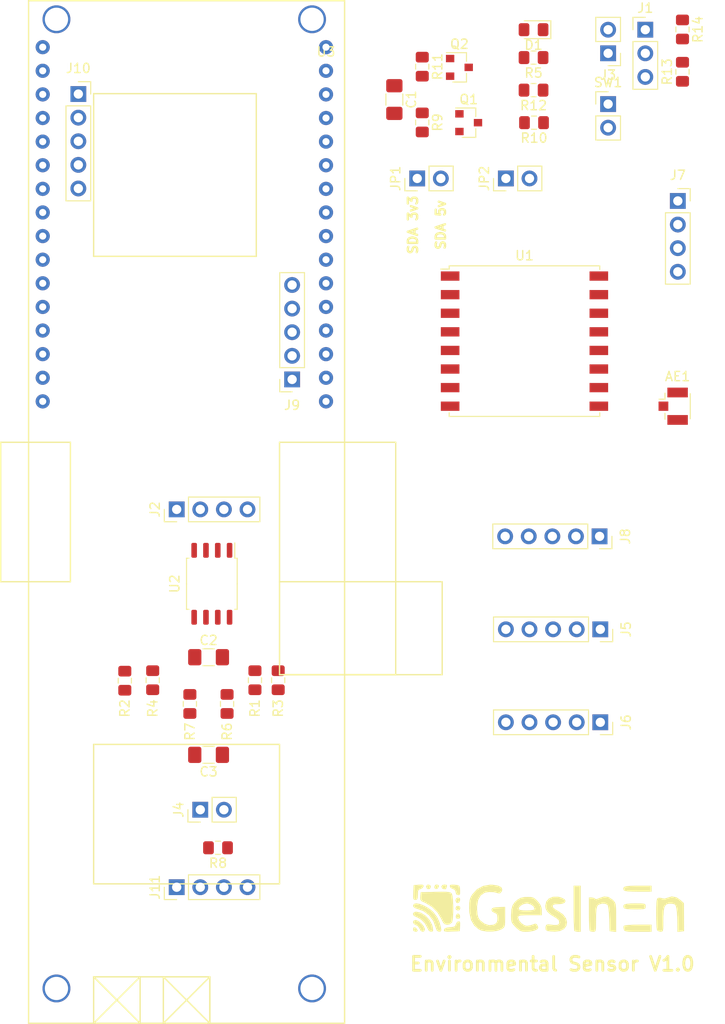
<source format=kicad_pcb>
(kicad_pcb (version 20171130) (host pcbnew 5.1.6)

  (general
    (thickness 1.6)
    (drawings 3)
    (tracks 0)
    (zones 0)
    (modules 39)
    (nets 34)
  )

  (page A4)
  (layers
    (0 F.Cu signal)
    (31 B.Cu signal)
    (32 B.Adhes user)
    (33 F.Adhes user)
    (34 B.Paste user)
    (35 F.Paste user)
    (36 B.SilkS user)
    (37 F.SilkS user)
    (38 B.Mask user)
    (39 F.Mask user)
    (40 Dwgs.User user)
    (41 Cmts.User user)
    (42 Eco1.User user)
    (43 Eco2.User user)
    (44 Edge.Cuts user)
    (45 Margin user)
    (46 B.CrtYd user)
    (47 F.CrtYd user)
    (48 B.Fab user)
    (49 F.Fab user)
  )

  (setup
    (last_trace_width 0.25)
    (trace_clearance 0.2)
    (zone_clearance 0.508)
    (zone_45_only no)
    (trace_min 0.2)
    (via_size 0.8)
    (via_drill 0.4)
    (via_min_size 0.4)
    (via_min_drill 0.3)
    (uvia_size 0.3)
    (uvia_drill 0.1)
    (uvias_allowed no)
    (uvia_min_size 0.2)
    (uvia_min_drill 0.1)
    (edge_width 0.05)
    (segment_width 0.2)
    (pcb_text_width 0.3)
    (pcb_text_size 1.5 1.5)
    (mod_edge_width 0.12)
    (mod_text_size 1 1)
    (mod_text_width 0.15)
    (pad_size 1.524 1.524)
    (pad_drill 0.762)
    (pad_to_mask_clearance 0.05)
    (aux_axis_origin 0 0)
    (visible_elements 7FFFFFFF)
    (pcbplotparams
      (layerselection 0x010fc_ffffffff)
      (usegerberextensions false)
      (usegerberattributes true)
      (usegerberadvancedattributes true)
      (creategerberjobfile true)
      (excludeedgelayer true)
      (linewidth 0.100000)
      (plotframeref false)
      (viasonmask false)
      (mode 1)
      (useauxorigin false)
      (hpglpennumber 1)
      (hpglpenspeed 20)
      (hpglpendiameter 15.000000)
      (psnegative false)
      (psa4output false)
      (plotreference true)
      (plotvalue true)
      (plotinvisibletext false)
      (padsonsilk false)
      (subtractmaskfromsilk false)
      (outputformat 1)
      (mirror false)
      (drillshape 1)
      (scaleselection 1)
      (outputdirectory ""))
  )

  (net 0 "")
  (net 1 GND)
  (net 2 +3V3)
  (net 3 +5V)
  (net 4 "Net-(D1-Pad2)")
  (net 5 /PIN_BATT)
  (net 6 "Net-(J1-Pad3)")
  (net 7 /TX_MODBUS)
  (net 8 /GPIOXX)
  (net 9 /RX_MODBUS)
  (net 10 "Net-(J3-Pad1)")
  (net 11 /A)
  (net 12 /B)
  (net 13 /SDA_5V)
  (net 14 /SCL_5V)
  (net 15 /SDA_3V3)
  (net 16 /SCL_3V3)
  (net 17 "Net-(J9-Pad1)")
  (net 18 "Net-(J9-Pad2)")
  (net 19 "Net-(J9-Pad3)")
  (net 20 "Net-(J9-Pad4)")
  (net 21 "Net-(J9-Pad5)")
  (net 22 "Net-(J10-Pad1)")
  (net 23 "Net-(J10-Pad2)")
  (net 24 "Net-(J10-Pad3)")
  (net 25 "Net-(J10-Pad4)")
  (net 26 "Net-(J10-Pad5)")
  (net 27 /MOSI)
  (net 28 /MISO)
  (net 29 /SCK)
  (net 30 /NSS)
  (net 31 /GPIO2)
  (net 32 /GPIO14)
  (net 33 "Net-(AE1-Pad1)")

  (net_class Default "This is the default net class."
    (clearance 0.2)
    (trace_width 0.25)
    (via_dia 0.8)
    (via_drill 0.4)
    (uvia_dia 0.3)
    (uvia_drill 0.1)
    (add_net +3V3)
    (add_net +5V)
    (add_net /A)
    (add_net /B)
    (add_net /GPIO14)
    (add_net /GPIO2)
    (add_net /GPIOXX)
    (add_net /MISO)
    (add_net /MOSI)
    (add_net /NSS)
    (add_net /PIN_BATT)
    (add_net /RX_MODBUS)
    (add_net /SCK)
    (add_net /SCL_3V3)
    (add_net /SCL_5V)
    (add_net /SDA_3V3)
    (add_net /SDA_5V)
    (add_net /TX_MODBUS)
    (add_net GND)
    (add_net "Net-(AE1-Pad1)")
    (add_net "Net-(D1-Pad2)")
    (add_net "Net-(J1-Pad3)")
    (add_net "Net-(J10-Pad1)")
    (add_net "Net-(J10-Pad2)")
    (add_net "Net-(J10-Pad3)")
    (add_net "Net-(J10-Pad4)")
    (add_net "Net-(J10-Pad5)")
    (add_net "Net-(J3-Pad1)")
    (add_net "Net-(J9-Pad1)")
    (add_net "Net-(J9-Pad2)")
    (add_net "Net-(J9-Pad3)")
    (add_net "Net-(J9-Pad4)")
    (add_net "Net-(J9-Pad5)")
  )

  (module Capacitor_SMD:C_1206_3216Metric_Pad1.42x1.75mm_HandSolder (layer F.Cu) (tedit 5B301BBE) (tstamp 6197D5A2)
    (at 219 57.5125 270)
    (descr "Capacitor SMD 1206 (3216 Metric), square (rectangular) end terminal, IPC_7351 nominal with elongated pad for handsoldering. (Body size source: http://www.tortai-tech.com/upload/download/2011102023233369053.pdf), generated with kicad-footprint-generator")
    (tags "capacitor handsolder")
    (path /6193299A)
    (attr smd)
    (fp_text reference C1 (at 0 -1.82 90) (layer F.SilkS)
      (effects (font (size 1 1) (thickness 0.15)))
    )
    (fp_text value 100nf (at 0 1.82 90) (layer F.Fab)
      (effects (font (size 1 1) (thickness 0.15)))
    )
    (fp_line (start -1.6 0.8) (end -1.6 -0.8) (layer F.Fab) (width 0.1))
    (fp_line (start -1.6 -0.8) (end 1.6 -0.8) (layer F.Fab) (width 0.1))
    (fp_line (start 1.6 -0.8) (end 1.6 0.8) (layer F.Fab) (width 0.1))
    (fp_line (start 1.6 0.8) (end -1.6 0.8) (layer F.Fab) (width 0.1))
    (fp_line (start -0.602064 -0.91) (end 0.602064 -0.91) (layer F.SilkS) (width 0.12))
    (fp_line (start -0.602064 0.91) (end 0.602064 0.91) (layer F.SilkS) (width 0.12))
    (fp_line (start -2.45 1.12) (end -2.45 -1.12) (layer F.CrtYd) (width 0.05))
    (fp_line (start -2.45 -1.12) (end 2.45 -1.12) (layer F.CrtYd) (width 0.05))
    (fp_line (start 2.45 -1.12) (end 2.45 1.12) (layer F.CrtYd) (width 0.05))
    (fp_line (start 2.45 1.12) (end -2.45 1.12) (layer F.CrtYd) (width 0.05))
    (fp_text user %R (at 0 0 90) (layer F.Fab)
      (effects (font (size 0.8 0.8) (thickness 0.12)))
    )
    (pad 1 smd roundrect (at -1.4875 0 270) (size 1.425 1.75) (layers F.Cu F.Paste F.Mask) (roundrect_rratio 0.175439)
      (net 1 GND))
    (pad 2 smd roundrect (at 1.4875 0 270) (size 1.425 1.75) (layers F.Cu F.Paste F.Mask) (roundrect_rratio 0.175439)
      (net 2 +3V3))
    (model ${KISYS3DMOD}/Capacitor_SMD.3dshapes/C_1206_3216Metric.wrl
      (at (xyz 0 0 0))
      (scale (xyz 1 1 1))
      (rotate (xyz 0 0 0))
    )
  )

  (module Capacitor_SMD:C_1206_3216Metric_Pad1.42x1.75mm_HandSolder (layer F.Cu) (tedit 5B301BBE) (tstamp 619868F2)
    (at 199.0125 117.5)
    (descr "Capacitor SMD 1206 (3216 Metric), square (rectangular) end terminal, IPC_7351 nominal with elongated pad for handsoldering. (Body size source: http://www.tortai-tech.com/upload/download/2011102023233369053.pdf), generated with kicad-footprint-generator")
    (tags "capacitor handsolder")
    (path /618B6DA3)
    (attr smd)
    (fp_text reference C2 (at 0 -1.82) (layer F.SilkS)
      (effects (font (size 1 1) (thickness 0.15)))
    )
    (fp_text value 0.1uF (at 0 1.82) (layer F.Fab)
      (effects (font (size 1 1) (thickness 0.15)))
    )
    (fp_line (start 2.45 1.12) (end -2.45 1.12) (layer F.CrtYd) (width 0.05))
    (fp_line (start 2.45 -1.12) (end 2.45 1.12) (layer F.CrtYd) (width 0.05))
    (fp_line (start -2.45 -1.12) (end 2.45 -1.12) (layer F.CrtYd) (width 0.05))
    (fp_line (start -2.45 1.12) (end -2.45 -1.12) (layer F.CrtYd) (width 0.05))
    (fp_line (start -0.602064 0.91) (end 0.602064 0.91) (layer F.SilkS) (width 0.12))
    (fp_line (start -0.602064 -0.91) (end 0.602064 -0.91) (layer F.SilkS) (width 0.12))
    (fp_line (start 1.6 0.8) (end -1.6 0.8) (layer F.Fab) (width 0.1))
    (fp_line (start 1.6 -0.8) (end 1.6 0.8) (layer F.Fab) (width 0.1))
    (fp_line (start -1.6 -0.8) (end 1.6 -0.8) (layer F.Fab) (width 0.1))
    (fp_line (start -1.6 0.8) (end -1.6 -0.8) (layer F.Fab) (width 0.1))
    (fp_text user %R (at 0 0) (layer F.Fab)
      (effects (font (size 0.8 0.8) (thickness 0.12)))
    )
    (pad 2 smd roundrect (at 1.4875 0) (size 1.425 1.75) (layers F.Cu F.Paste F.Mask) (roundrect_rratio 0.175439)
      (net 3 +5V))
    (pad 1 smd roundrect (at -1.4875 0) (size 1.425 1.75) (layers F.Cu F.Paste F.Mask) (roundrect_rratio 0.175439)
      (net 1 GND))
    (model ${KISYS3DMOD}/Capacitor_SMD.3dshapes/C_1206_3216Metric.wrl
      (at (xyz 0 0 0))
      (scale (xyz 1 1 1))
      (rotate (xyz 0 0 0))
    )
  )

  (module Capacitor_SMD:C_1206_3216Metric_Pad1.42x1.75mm_HandSolder (layer F.Cu) (tedit 5B301BBE) (tstamp 6197D5C4)
    (at 199.0125 128 180)
    (descr "Capacitor SMD 1206 (3216 Metric), square (rectangular) end terminal, IPC_7351 nominal with elongated pad for handsoldering. (Body size source: http://www.tortai-tech.com/upload/download/2011102023233369053.pdf), generated with kicad-footprint-generator")
    (tags "capacitor handsolder")
    (path /618B52D3)
    (attr smd)
    (fp_text reference C3 (at 0 -1.82) (layer F.SilkS)
      (effects (font (size 1 1) (thickness 0.15)))
    )
    (fp_text value 10uF (at 0 1.82) (layer F.Fab)
      (effects (font (size 1 1) (thickness 0.15)))
    )
    (fp_line (start -1.6 0.8) (end -1.6 -0.8) (layer F.Fab) (width 0.1))
    (fp_line (start -1.6 -0.8) (end 1.6 -0.8) (layer F.Fab) (width 0.1))
    (fp_line (start 1.6 -0.8) (end 1.6 0.8) (layer F.Fab) (width 0.1))
    (fp_line (start 1.6 0.8) (end -1.6 0.8) (layer F.Fab) (width 0.1))
    (fp_line (start -0.602064 -0.91) (end 0.602064 -0.91) (layer F.SilkS) (width 0.12))
    (fp_line (start -0.602064 0.91) (end 0.602064 0.91) (layer F.SilkS) (width 0.12))
    (fp_line (start -2.45 1.12) (end -2.45 -1.12) (layer F.CrtYd) (width 0.05))
    (fp_line (start -2.45 -1.12) (end 2.45 -1.12) (layer F.CrtYd) (width 0.05))
    (fp_line (start 2.45 -1.12) (end 2.45 1.12) (layer F.CrtYd) (width 0.05))
    (fp_line (start 2.45 1.12) (end -2.45 1.12) (layer F.CrtYd) (width 0.05))
    (fp_text user %R (at 0 0) (layer F.Fab)
      (effects (font (size 0.8 0.8) (thickness 0.12)))
    )
    (pad 1 smd roundrect (at -1.4875 0 180) (size 1.425 1.75) (layers F.Cu F.Paste F.Mask) (roundrect_rratio 0.175439)
      (net 1 GND))
    (pad 2 smd roundrect (at 1.4875 0 180) (size 1.425 1.75) (layers F.Cu F.Paste F.Mask) (roundrect_rratio 0.175439)
      (net 3 +5V))
    (model ${KISYS3DMOD}/Capacitor_SMD.3dshapes/C_1206_3216Metric.wrl
      (at (xyz 0 0 0))
      (scale (xyz 1 1 1))
      (rotate (xyz 0 0 0))
    )
  )

  (module Diode_SMD:D_0805_2012Metric_Pad1.15x1.40mm_HandSolder (layer F.Cu) (tedit 5B4B45C8) (tstamp 6197D5D7)
    (at 233.975 50 180)
    (descr "Diode SMD 0805 (2012 Metric), square (rectangular) end terminal, IPC_7351 nominal, (Body size source: https://docs.google.com/spreadsheets/d/1BsfQQcO9C6DZCsRaXUlFlo91Tg2WpOkGARC1WS5S8t0/edit?usp=sharing), generated with kicad-footprint-generator")
    (tags "diode handsolder")
    (path /618B5246)
    (attr smd)
    (fp_text reference D1 (at 0 -1.65) (layer F.SilkS)
      (effects (font (size 1 1) (thickness 0.15)))
    )
    (fp_text value LED (at 0 1.65) (layer F.Fab)
      (effects (font (size 1 1) (thickness 0.15)))
    )
    (fp_line (start 1 -0.6) (end -0.7 -0.6) (layer F.Fab) (width 0.1))
    (fp_line (start -0.7 -0.6) (end -1 -0.3) (layer F.Fab) (width 0.1))
    (fp_line (start -1 -0.3) (end -1 0.6) (layer F.Fab) (width 0.1))
    (fp_line (start -1 0.6) (end 1 0.6) (layer F.Fab) (width 0.1))
    (fp_line (start 1 0.6) (end 1 -0.6) (layer F.Fab) (width 0.1))
    (fp_line (start 1 -0.96) (end -1.86 -0.96) (layer F.SilkS) (width 0.12))
    (fp_line (start -1.86 -0.96) (end -1.86 0.96) (layer F.SilkS) (width 0.12))
    (fp_line (start -1.86 0.96) (end 1 0.96) (layer F.SilkS) (width 0.12))
    (fp_line (start -1.85 0.95) (end -1.85 -0.95) (layer F.CrtYd) (width 0.05))
    (fp_line (start -1.85 -0.95) (end 1.85 -0.95) (layer F.CrtYd) (width 0.05))
    (fp_line (start 1.85 -0.95) (end 1.85 0.95) (layer F.CrtYd) (width 0.05))
    (fp_line (start 1.85 0.95) (end -1.85 0.95) (layer F.CrtYd) (width 0.05))
    (fp_text user %R (at 0 0) (layer F.Fab)
      (effects (font (size 0.5 0.5) (thickness 0.08)))
    )
    (pad 1 smd roundrect (at -1.025 0 180) (size 1.15 1.4) (layers F.Cu F.Paste F.Mask) (roundrect_rratio 0.217391)
      (net 1 GND))
    (pad 2 smd roundrect (at 1.025 0 180) (size 1.15 1.4) (layers F.Cu F.Paste F.Mask) (roundrect_rratio 0.217391)
      (net 4 "Net-(D1-Pad2)"))
    (model ${KISYS3DMOD}/Diode_SMD.3dshapes/D_0805_2012Metric.wrl
      (at (xyz 0 0 0))
      (scale (xyz 1 1 1))
      (rotate (xyz 0 0 0))
    )
  )

  (module Connector_PinHeader_2.54mm:PinHeader_1x03_P2.54mm_Vertical (layer F.Cu) (tedit 59FED5CC) (tstamp 6197D5EE)
    (at 246 50)
    (descr "Through hole straight pin header, 1x03, 2.54mm pitch, single row")
    (tags "Through hole pin header THT 1x03 2.54mm single row")
    (path /61917DCB)
    (fp_text reference J1 (at 0 -2.33) (layer F.SilkS)
      (effects (font (size 1 1) (thickness 0.15)))
    )
    (fp_text value Conn_01x03 (at 0 7.41) (layer F.Fab)
      (effects (font (size 1 1) (thickness 0.15)))
    )
    (fp_line (start -0.635 -1.27) (end 1.27 -1.27) (layer F.Fab) (width 0.1))
    (fp_line (start 1.27 -1.27) (end 1.27 6.35) (layer F.Fab) (width 0.1))
    (fp_line (start 1.27 6.35) (end -1.27 6.35) (layer F.Fab) (width 0.1))
    (fp_line (start -1.27 6.35) (end -1.27 -0.635) (layer F.Fab) (width 0.1))
    (fp_line (start -1.27 -0.635) (end -0.635 -1.27) (layer F.Fab) (width 0.1))
    (fp_line (start -1.33 6.41) (end 1.33 6.41) (layer F.SilkS) (width 0.12))
    (fp_line (start -1.33 1.27) (end -1.33 6.41) (layer F.SilkS) (width 0.12))
    (fp_line (start 1.33 1.27) (end 1.33 6.41) (layer F.SilkS) (width 0.12))
    (fp_line (start -1.33 1.27) (end 1.33 1.27) (layer F.SilkS) (width 0.12))
    (fp_line (start -1.33 0) (end -1.33 -1.33) (layer F.SilkS) (width 0.12))
    (fp_line (start -1.33 -1.33) (end 0 -1.33) (layer F.SilkS) (width 0.12))
    (fp_line (start -1.8 -1.8) (end -1.8 6.85) (layer F.CrtYd) (width 0.05))
    (fp_line (start -1.8 6.85) (end 1.8 6.85) (layer F.CrtYd) (width 0.05))
    (fp_line (start 1.8 6.85) (end 1.8 -1.8) (layer F.CrtYd) (width 0.05))
    (fp_line (start 1.8 -1.8) (end -1.8 -1.8) (layer F.CrtYd) (width 0.05))
    (fp_text user %R (at 0 2.54 90) (layer F.Fab)
      (effects (font (size 1 1) (thickness 0.15)))
    )
    (pad 1 thru_hole rect (at 0 0) (size 1.7 1.7) (drill 1) (layers *.Cu *.Mask)
      (net 1 GND))
    (pad 2 thru_hole oval (at 0 2.54) (size 1.7 1.7) (drill 1) (layers *.Cu *.Mask)
      (net 5 /PIN_BATT))
    (pad 3 thru_hole oval (at 0 5.08) (size 1.7 1.7) (drill 1) (layers *.Cu *.Mask)
      (net 6 "Net-(J1-Pad3)"))
    (model ${KISYS3DMOD}/Connector_PinHeader_2.54mm.3dshapes/PinHeader_1x03_P2.54mm_Vertical.wrl
      (at (xyz 0 0 0))
      (scale (xyz 1 1 1))
      (rotate (xyz 0 0 0))
    )
  )

  (module Connector_PinHeader_2.54mm:PinHeader_1x04_P2.54mm_Vertical (layer F.Cu) (tedit 59FED5CC) (tstamp 6197D606)
    (at 195.58 101.6 90)
    (descr "Through hole straight pin header, 1x04, 2.54mm pitch, single row")
    (tags "Through hole pin header THT 1x04 2.54mm single row")
    (path /618E447C)
    (fp_text reference J2 (at 0 -2.33 90) (layer F.SilkS)
      (effects (font (size 1 1) (thickness 0.15)))
    )
    (fp_text value Conn_01x04 (at 0 9.95 90) (layer F.Fab)
      (effects (font (size 1 1) (thickness 0.15)))
    )
    (fp_line (start -0.635 -1.27) (end 1.27 -1.27) (layer F.Fab) (width 0.1))
    (fp_line (start 1.27 -1.27) (end 1.27 8.89) (layer F.Fab) (width 0.1))
    (fp_line (start 1.27 8.89) (end -1.27 8.89) (layer F.Fab) (width 0.1))
    (fp_line (start -1.27 8.89) (end -1.27 -0.635) (layer F.Fab) (width 0.1))
    (fp_line (start -1.27 -0.635) (end -0.635 -1.27) (layer F.Fab) (width 0.1))
    (fp_line (start -1.33 8.95) (end 1.33 8.95) (layer F.SilkS) (width 0.12))
    (fp_line (start -1.33 1.27) (end -1.33 8.95) (layer F.SilkS) (width 0.12))
    (fp_line (start 1.33 1.27) (end 1.33 8.95) (layer F.SilkS) (width 0.12))
    (fp_line (start -1.33 1.27) (end 1.33 1.27) (layer F.SilkS) (width 0.12))
    (fp_line (start -1.33 0) (end -1.33 -1.33) (layer F.SilkS) (width 0.12))
    (fp_line (start -1.33 -1.33) (end 0 -1.33) (layer F.SilkS) (width 0.12))
    (fp_line (start -1.8 -1.8) (end -1.8 9.4) (layer F.CrtYd) (width 0.05))
    (fp_line (start -1.8 9.4) (end 1.8 9.4) (layer F.CrtYd) (width 0.05))
    (fp_line (start 1.8 9.4) (end 1.8 -1.8) (layer F.CrtYd) (width 0.05))
    (fp_line (start 1.8 -1.8) (end -1.8 -1.8) (layer F.CrtYd) (width 0.05))
    (fp_text user %R (at 0 3.81) (layer F.Fab)
      (effects (font (size 1 1) (thickness 0.15)))
    )
    (pad 1 thru_hole rect (at 0 0 90) (size 1.7 1.7) (drill 1) (layers *.Cu *.Mask)
      (net 7 /TX_MODBUS))
    (pad 2 thru_hole oval (at 0 2.54 90) (size 1.7 1.7) (drill 1) (layers *.Cu *.Mask)
      (net 8 /GPIOXX))
    (pad 3 thru_hole oval (at 0 5.08 90) (size 1.7 1.7) (drill 1) (layers *.Cu *.Mask)
      (net 8 /GPIOXX))
    (pad 4 thru_hole oval (at 0 7.62 90) (size 1.7 1.7) (drill 1) (layers *.Cu *.Mask)
      (net 9 /RX_MODBUS))
    (model ${KISYS3DMOD}/Connector_PinHeader_2.54mm.3dshapes/PinHeader_1x04_P2.54mm_Vertical.wrl
      (at (xyz 0 0 0))
      (scale (xyz 1 1 1))
      (rotate (xyz 0 0 0))
    )
  )

  (module Connector_PinHeader_2.54mm:PinHeader_1x02_P2.54mm_Vertical (layer F.Cu) (tedit 59FED5CC) (tstamp 6197D61C)
    (at 242 52.54 180)
    (descr "Through hole straight pin header, 1x02, 2.54mm pitch, single row")
    (tags "Through hole pin header THT 1x02 2.54mm single row")
    (path /618C9F29)
    (fp_text reference J3 (at 0 -2.33) (layer F.SilkS)
      (effects (font (size 1 1) (thickness 0.15)))
    )
    (fp_text value Conn_01x02 (at 0 4.87) (layer F.Fab)
      (effects (font (size 1 1) (thickness 0.15)))
    )
    (fp_line (start -0.635 -1.27) (end 1.27 -1.27) (layer F.Fab) (width 0.1))
    (fp_line (start 1.27 -1.27) (end 1.27 3.81) (layer F.Fab) (width 0.1))
    (fp_line (start 1.27 3.81) (end -1.27 3.81) (layer F.Fab) (width 0.1))
    (fp_line (start -1.27 3.81) (end -1.27 -0.635) (layer F.Fab) (width 0.1))
    (fp_line (start -1.27 -0.635) (end -0.635 -1.27) (layer F.Fab) (width 0.1))
    (fp_line (start -1.33 3.87) (end 1.33 3.87) (layer F.SilkS) (width 0.12))
    (fp_line (start -1.33 1.27) (end -1.33 3.87) (layer F.SilkS) (width 0.12))
    (fp_line (start 1.33 1.27) (end 1.33 3.87) (layer F.SilkS) (width 0.12))
    (fp_line (start -1.33 1.27) (end 1.33 1.27) (layer F.SilkS) (width 0.12))
    (fp_line (start -1.33 0) (end -1.33 -1.33) (layer F.SilkS) (width 0.12))
    (fp_line (start -1.33 -1.33) (end 0 -1.33) (layer F.SilkS) (width 0.12))
    (fp_line (start -1.8 -1.8) (end -1.8 4.35) (layer F.CrtYd) (width 0.05))
    (fp_line (start -1.8 4.35) (end 1.8 4.35) (layer F.CrtYd) (width 0.05))
    (fp_line (start 1.8 4.35) (end 1.8 -1.8) (layer F.CrtYd) (width 0.05))
    (fp_line (start 1.8 -1.8) (end -1.8 -1.8) (layer F.CrtYd) (width 0.05))
    (fp_text user %R (at 0 1.27 90) (layer F.Fab)
      (effects (font (size 1 1) (thickness 0.15)))
    )
    (pad 1 thru_hole rect (at 0 0 180) (size 1.7 1.7) (drill 1) (layers *.Cu *.Mask)
      (net 10 "Net-(J3-Pad1)"))
    (pad 2 thru_hole oval (at 0 2.54 180) (size 1.7 1.7) (drill 1) (layers *.Cu *.Mask)
      (net 4 "Net-(D1-Pad2)"))
    (model ${KISYS3DMOD}/Connector_PinHeader_2.54mm.3dshapes/PinHeader_1x02_P2.54mm_Vertical.wrl
      (at (xyz 0 0 0))
      (scale (xyz 1 1 1))
      (rotate (xyz 0 0 0))
    )
  )

  (module Connector_PinSocket_2.54mm:PinSocket_1x05_P2.54mm_Vertical (layer F.Cu) (tedit 5A19A420) (tstamp 6197D64C)
    (at 241.16 114.5 270)
    (descr "Through hole straight socket strip, 1x05, 2.54mm pitch, single row (from Kicad 4.0.7), script generated")
    (tags "Through hole socket strip THT 1x05 2.54mm single row")
    (path /61962861)
    (fp_text reference J5 (at 0 -2.77 90) (layer F.SilkS)
      (effects (font (size 1 1) (thickness 0.15)))
    )
    (fp_text value SensorSuelo (at 0 12.93 90) (layer F.Fab)
      (effects (font (size 1 1) (thickness 0.15)))
    )
    (fp_line (start -1.8 11.9) (end -1.8 -1.8) (layer F.CrtYd) (width 0.05))
    (fp_line (start 1.75 11.9) (end -1.8 11.9) (layer F.CrtYd) (width 0.05))
    (fp_line (start 1.75 -1.8) (end 1.75 11.9) (layer F.CrtYd) (width 0.05))
    (fp_line (start -1.8 -1.8) (end 1.75 -1.8) (layer F.CrtYd) (width 0.05))
    (fp_line (start 0 -1.33) (end 1.33 -1.33) (layer F.SilkS) (width 0.12))
    (fp_line (start 1.33 -1.33) (end 1.33 0) (layer F.SilkS) (width 0.12))
    (fp_line (start 1.33 1.27) (end 1.33 11.49) (layer F.SilkS) (width 0.12))
    (fp_line (start -1.33 11.49) (end 1.33 11.49) (layer F.SilkS) (width 0.12))
    (fp_line (start -1.33 1.27) (end -1.33 11.49) (layer F.SilkS) (width 0.12))
    (fp_line (start -1.33 1.27) (end 1.33 1.27) (layer F.SilkS) (width 0.12))
    (fp_line (start -1.27 11.43) (end -1.27 -1.27) (layer F.Fab) (width 0.1))
    (fp_line (start 1.27 11.43) (end -1.27 11.43) (layer F.Fab) (width 0.1))
    (fp_line (start 1.27 -0.635) (end 1.27 11.43) (layer F.Fab) (width 0.1))
    (fp_line (start 0.635 -1.27) (end 1.27 -0.635) (layer F.Fab) (width 0.1))
    (fp_line (start -1.27 -1.27) (end 0.635 -1.27) (layer F.Fab) (width 0.1))
    (fp_text user %R (at 0 5.08) (layer F.Fab)
      (effects (font (size 1 1) (thickness 0.15)))
    )
    (pad 5 thru_hole oval (at 0 10.16 270) (size 1.7 1.7) (drill 1) (layers *.Cu *.Mask)
      (net 11 /A))
    (pad 4 thru_hole oval (at 0 7.62 270) (size 1.7 1.7) (drill 1) (layers *.Cu *.Mask)
      (net 12 /B))
    (pad 3 thru_hole oval (at 0 5.08 270) (size 1.7 1.7) (drill 1) (layers *.Cu *.Mask)
      (net 1 GND))
    (pad 2 thru_hole oval (at 0 2.54 270) (size 1.7 1.7) (drill 1) (layers *.Cu *.Mask)
      (net 3 +5V))
    (pad 1 thru_hole rect (at 0 0 270) (size 1.7 1.7) (drill 1) (layers *.Cu *.Mask)
      (net 2 +3V3))
    (model ${KISYS3DMOD}/Connector_PinSocket_2.54mm.3dshapes/PinSocket_1x05_P2.54mm_Vertical.wrl
      (at (xyz 0 0 0))
      (scale (xyz 1 1 1))
      (rotate (xyz 0 0 0))
    )
  )

  (module Connector_PinSocket_2.54mm:PinSocket_1x05_P2.54mm_Vertical (layer F.Cu) (tedit 5A19A420) (tstamp 6197D665)
    (at 241.16 124.5 270)
    (descr "Through hole straight socket strip, 1x05, 2.54mm pitch, single row (from Kicad 4.0.7), script generated")
    (tags "Through hole socket strip THT 1x05 2.54mm single row")
    (path /6198D799)
    (fp_text reference J6 (at 0 -2.77 90) (layer F.SilkS)
      (effects (font (size 1 1) (thickness 0.15)))
    )
    (fp_text value sensorRuido (at 0 12.93 90) (layer F.Fab)
      (effects (font (size 1 1) (thickness 0.15)))
    )
    (fp_line (start -1.8 11.9) (end -1.8 -1.8) (layer F.CrtYd) (width 0.05))
    (fp_line (start 1.75 11.9) (end -1.8 11.9) (layer F.CrtYd) (width 0.05))
    (fp_line (start 1.75 -1.8) (end 1.75 11.9) (layer F.CrtYd) (width 0.05))
    (fp_line (start -1.8 -1.8) (end 1.75 -1.8) (layer F.CrtYd) (width 0.05))
    (fp_line (start 0 -1.33) (end 1.33 -1.33) (layer F.SilkS) (width 0.12))
    (fp_line (start 1.33 -1.33) (end 1.33 0) (layer F.SilkS) (width 0.12))
    (fp_line (start 1.33 1.27) (end 1.33 11.49) (layer F.SilkS) (width 0.12))
    (fp_line (start -1.33 11.49) (end 1.33 11.49) (layer F.SilkS) (width 0.12))
    (fp_line (start -1.33 1.27) (end -1.33 11.49) (layer F.SilkS) (width 0.12))
    (fp_line (start -1.33 1.27) (end 1.33 1.27) (layer F.SilkS) (width 0.12))
    (fp_line (start -1.27 11.43) (end -1.27 -1.27) (layer F.Fab) (width 0.1))
    (fp_line (start 1.27 11.43) (end -1.27 11.43) (layer F.Fab) (width 0.1))
    (fp_line (start 1.27 -0.635) (end 1.27 11.43) (layer F.Fab) (width 0.1))
    (fp_line (start 0.635 -1.27) (end 1.27 -0.635) (layer F.Fab) (width 0.1))
    (fp_line (start -1.27 -1.27) (end 0.635 -1.27) (layer F.Fab) (width 0.1))
    (fp_text user %R (at 0 5.08) (layer F.Fab)
      (effects (font (size 1 1) (thickness 0.15)))
    )
    (pad 5 thru_hole oval (at 0 10.16 270) (size 1.7 1.7) (drill 1) (layers *.Cu *.Mask)
      (net 11 /A))
    (pad 4 thru_hole oval (at 0 7.62 270) (size 1.7 1.7) (drill 1) (layers *.Cu *.Mask)
      (net 12 /B))
    (pad 3 thru_hole oval (at 0 5.08 270) (size 1.7 1.7) (drill 1) (layers *.Cu *.Mask)
      (net 1 GND))
    (pad 2 thru_hole oval (at 0 2.54 270) (size 1.7 1.7) (drill 1) (layers *.Cu *.Mask)
      (net 3 +5V))
    (pad 1 thru_hole rect (at 0 0 270) (size 1.7 1.7) (drill 1) (layers *.Cu *.Mask)
      (net 2 +3V3))
    (model ${KISYS3DMOD}/Connector_PinSocket_2.54mm.3dshapes/PinSocket_1x05_P2.54mm_Vertical.wrl
      (at (xyz 0 0 0))
      (scale (xyz 1 1 1))
      (rotate (xyz 0 0 0))
    )
  )

  (module Connector_PinSocket_2.54mm:PinSocket_1x04_P2.54mm_Vertical (layer F.Cu) (tedit 5A19A429) (tstamp 6197D67D)
    (at 249.5 68.42)
    (descr "Through hole straight socket strip, 1x04, 2.54mm pitch, single row (from Kicad 4.0.7), script generated")
    (tags "Through hole socket strip THT 1x04 2.54mm single row")
    (path /618509C9)
    (fp_text reference J7 (at 0 -2.77) (layer F.SilkS)
      (effects (font (size 1 1) (thickness 0.15)))
    )
    (fp_text value MasterSlaves (at 0 10.39) (layer F.Fab)
      (effects (font (size 1 1) (thickness 0.15)))
    )
    (fp_line (start -1.27 -1.27) (end 0.635 -1.27) (layer F.Fab) (width 0.1))
    (fp_line (start 0.635 -1.27) (end 1.27 -0.635) (layer F.Fab) (width 0.1))
    (fp_line (start 1.27 -0.635) (end 1.27 8.89) (layer F.Fab) (width 0.1))
    (fp_line (start 1.27 8.89) (end -1.27 8.89) (layer F.Fab) (width 0.1))
    (fp_line (start -1.27 8.89) (end -1.27 -1.27) (layer F.Fab) (width 0.1))
    (fp_line (start -1.33 1.27) (end 1.33 1.27) (layer F.SilkS) (width 0.12))
    (fp_line (start -1.33 1.27) (end -1.33 8.95) (layer F.SilkS) (width 0.12))
    (fp_line (start -1.33 8.95) (end 1.33 8.95) (layer F.SilkS) (width 0.12))
    (fp_line (start 1.33 1.27) (end 1.33 8.95) (layer F.SilkS) (width 0.12))
    (fp_line (start 1.33 -1.33) (end 1.33 0) (layer F.SilkS) (width 0.12))
    (fp_line (start 0 -1.33) (end 1.33 -1.33) (layer F.SilkS) (width 0.12))
    (fp_line (start -1.8 -1.8) (end 1.75 -1.8) (layer F.CrtYd) (width 0.05))
    (fp_line (start 1.75 -1.8) (end 1.75 9.4) (layer F.CrtYd) (width 0.05))
    (fp_line (start 1.75 9.4) (end -1.8 9.4) (layer F.CrtYd) (width 0.05))
    (fp_line (start -1.8 9.4) (end -1.8 -1.8) (layer F.CrtYd) (width 0.05))
    (fp_text user %R (at 0 3.81 90) (layer F.Fab)
      (effects (font (size 1 1) (thickness 0.15)))
    )
    (pad 1 thru_hole rect (at 0 0) (size 1.7 1.7) (drill 1) (layers *.Cu *.Mask)
      (net 13 /SDA_5V))
    (pad 2 thru_hole oval (at 0 2.54) (size 1.7 1.7) (drill 1) (layers *.Cu *.Mask)
      (net 14 /SCL_5V))
    (pad 3 thru_hole oval (at 0 5.08) (size 1.7 1.7) (drill 1) (layers *.Cu *.Mask)
      (net 1 GND))
    (pad 4 thru_hole oval (at 0 7.62) (size 1.7 1.7) (drill 1) (layers *.Cu *.Mask)
      (net 3 +5V))
    (model ${KISYS3DMOD}/Connector_PinSocket_2.54mm.3dshapes/PinSocket_1x04_P2.54mm_Vertical.wrl
      (at (xyz 0 0 0))
      (scale (xyz 1 1 1))
      (rotate (xyz 0 0 0))
    )
  )

  (module Connector_PinSocket_2.54mm:PinSocket_1x05_P2.54mm_Vertical (layer F.Cu) (tedit 5A19A420) (tstamp 61983467)
    (at 241.08 104.5 270)
    (descr "Through hole straight socket strip, 1x05, 2.54mm pitch, single row (from Kicad 4.0.7), script generated")
    (tags "Through hole socket strip THT 1x05 2.54mm single row")
    (path /618DEC0E)
    (fp_text reference J8 (at 0 -2.77 90) (layer F.SilkS)
      (effects (font (size 1 1) (thickness 0.15)))
    )
    (fp_text value "SENSOR TEMP HUM" (at 0 12.93 90) (layer F.Fab)
      (effects (font (size 1 1) (thickness 0.15)))
    )
    (fp_line (start -1.27 -1.27) (end 0.635 -1.27) (layer F.Fab) (width 0.1))
    (fp_line (start 0.635 -1.27) (end 1.27 -0.635) (layer F.Fab) (width 0.1))
    (fp_line (start 1.27 -0.635) (end 1.27 11.43) (layer F.Fab) (width 0.1))
    (fp_line (start 1.27 11.43) (end -1.27 11.43) (layer F.Fab) (width 0.1))
    (fp_line (start -1.27 11.43) (end -1.27 -1.27) (layer F.Fab) (width 0.1))
    (fp_line (start -1.33 1.27) (end 1.33 1.27) (layer F.SilkS) (width 0.12))
    (fp_line (start -1.33 1.27) (end -1.33 11.49) (layer F.SilkS) (width 0.12))
    (fp_line (start -1.33 11.49) (end 1.33 11.49) (layer F.SilkS) (width 0.12))
    (fp_line (start 1.33 1.27) (end 1.33 11.49) (layer F.SilkS) (width 0.12))
    (fp_line (start 1.33 -1.33) (end 1.33 0) (layer F.SilkS) (width 0.12))
    (fp_line (start 0 -1.33) (end 1.33 -1.33) (layer F.SilkS) (width 0.12))
    (fp_line (start -1.8 -1.8) (end 1.75 -1.8) (layer F.CrtYd) (width 0.05))
    (fp_line (start 1.75 -1.8) (end 1.75 11.9) (layer F.CrtYd) (width 0.05))
    (fp_line (start 1.75 11.9) (end -1.8 11.9) (layer F.CrtYd) (width 0.05))
    (fp_line (start -1.8 11.9) (end -1.8 -1.8) (layer F.CrtYd) (width 0.05))
    (fp_text user %R (at 0 5.08) (layer F.Fab)
      (effects (font (size 1 1) (thickness 0.15)))
    )
    (pad 1 thru_hole rect (at 0 0 270) (size 1.7 1.7) (drill 1) (layers *.Cu *.Mask)
      (net 2 +3V3))
    (pad 2 thru_hole oval (at 0 2.54 270) (size 1.7 1.7) (drill 1) (layers *.Cu *.Mask)
      (net 3 +5V))
    (pad 3 thru_hole oval (at 0 5.08 270) (size 1.7 1.7) (drill 1) (layers *.Cu *.Mask)
      (net 1 GND))
    (pad 4 thru_hole oval (at 0 7.62 270) (size 1.7 1.7) (drill 1) (layers *.Cu *.Mask)
      (net 13 /SDA_5V))
    (pad 5 thru_hole oval (at 0 10.16 270) (size 1.7 1.7) (drill 1) (layers *.Cu *.Mask)
      (net 14 /SCL_5V))
    (model ${KISYS3DMOD}/Connector_PinSocket_2.54mm.3dshapes/PinSocket_1x05_P2.54mm_Vertical.wrl
      (at (xyz 0 0 0))
      (scale (xyz 1 1 1))
      (rotate (xyz 0 0 0))
    )
  )

  (module Connector_PinSocket_2.54mm:PinSocket_1x05_P2.54mm_Vertical (layer F.Cu) (tedit 5A19A420) (tstamp 6197D6AF)
    (at 208 87.62 180)
    (descr "Through hole straight socket strip, 1x05, 2.54mm pitch, single row (from Kicad 4.0.7), script generated")
    (tags "Through hole socket strip THT 1x05 2.54mm single row")
    (path /619C63D3)
    (fp_text reference J9 (at 0 -2.77) (layer F.SilkS)
      (effects (font (size 1 1) (thickness 0.15)))
    )
    (fp_text value Conn_01x05 (at 0 12.93) (layer F.Fab)
      (effects (font (size 1 1) (thickness 0.15)))
    )
    (fp_line (start -1.27 -1.27) (end 0.635 -1.27) (layer F.Fab) (width 0.1))
    (fp_line (start 0.635 -1.27) (end 1.27 -0.635) (layer F.Fab) (width 0.1))
    (fp_line (start 1.27 -0.635) (end 1.27 11.43) (layer F.Fab) (width 0.1))
    (fp_line (start 1.27 11.43) (end -1.27 11.43) (layer F.Fab) (width 0.1))
    (fp_line (start -1.27 11.43) (end -1.27 -1.27) (layer F.Fab) (width 0.1))
    (fp_line (start -1.33 1.27) (end 1.33 1.27) (layer F.SilkS) (width 0.12))
    (fp_line (start -1.33 1.27) (end -1.33 11.49) (layer F.SilkS) (width 0.12))
    (fp_line (start -1.33 11.49) (end 1.33 11.49) (layer F.SilkS) (width 0.12))
    (fp_line (start 1.33 1.27) (end 1.33 11.49) (layer F.SilkS) (width 0.12))
    (fp_line (start 1.33 -1.33) (end 1.33 0) (layer F.SilkS) (width 0.12))
    (fp_line (start 0 -1.33) (end 1.33 -1.33) (layer F.SilkS) (width 0.12))
    (fp_line (start -1.8 -1.8) (end 1.75 -1.8) (layer F.CrtYd) (width 0.05))
    (fp_line (start 1.75 -1.8) (end 1.75 11.9) (layer F.CrtYd) (width 0.05))
    (fp_line (start 1.75 11.9) (end -1.8 11.9) (layer F.CrtYd) (width 0.05))
    (fp_line (start -1.8 11.9) (end -1.8 -1.8) (layer F.CrtYd) (width 0.05))
    (fp_text user %R (at 0 5.08 90) (layer F.Fab)
      (effects (font (size 1 1) (thickness 0.15)))
    )
    (pad 1 thru_hole rect (at 0 0 180) (size 1.7 1.7) (drill 1) (layers *.Cu *.Mask)
      (net 17 "Net-(J9-Pad1)"))
    (pad 2 thru_hole oval (at 0 2.54 180) (size 1.7 1.7) (drill 1) (layers *.Cu *.Mask)
      (net 18 "Net-(J9-Pad2)"))
    (pad 3 thru_hole oval (at 0 5.08 180) (size 1.7 1.7) (drill 1) (layers *.Cu *.Mask)
      (net 19 "Net-(J9-Pad3)"))
    (pad 4 thru_hole oval (at 0 7.62 180) (size 1.7 1.7) (drill 1) (layers *.Cu *.Mask)
      (net 20 "Net-(J9-Pad4)"))
    (pad 5 thru_hole oval (at 0 10.16 180) (size 1.7 1.7) (drill 1) (layers *.Cu *.Mask)
      (net 21 "Net-(J9-Pad5)"))
    (model ${KISYS3DMOD}/Connector_PinSocket_2.54mm.3dshapes/PinSocket_1x05_P2.54mm_Vertical.wrl
      (at (xyz 0 0 0))
      (scale (xyz 1 1 1))
      (rotate (xyz 0 0 0))
    )
  )

  (module Connector_PinSocket_2.54mm:PinSocket_1x05_P2.54mm_Vertical (layer F.Cu) (tedit 5A19A420) (tstamp 6197D6C8)
    (at 185 56.92)
    (descr "Through hole straight socket strip, 1x05, 2.54mm pitch, single row (from Kicad 4.0.7), script generated")
    (tags "Through hole socket strip THT 1x05 2.54mm single row")
    (path /619A8591)
    (fp_text reference J10 (at 0 -2.77) (layer F.SilkS)
      (effects (font (size 1 1) (thickness 0.15)))
    )
    (fp_text value Conn_01x05 (at 0 12.93) (layer F.Fab)
      (effects (font (size 1 1) (thickness 0.15)))
    )
    (fp_line (start -1.27 -1.27) (end 0.635 -1.27) (layer F.Fab) (width 0.1))
    (fp_line (start 0.635 -1.27) (end 1.27 -0.635) (layer F.Fab) (width 0.1))
    (fp_line (start 1.27 -0.635) (end 1.27 11.43) (layer F.Fab) (width 0.1))
    (fp_line (start 1.27 11.43) (end -1.27 11.43) (layer F.Fab) (width 0.1))
    (fp_line (start -1.27 11.43) (end -1.27 -1.27) (layer F.Fab) (width 0.1))
    (fp_line (start -1.33 1.27) (end 1.33 1.27) (layer F.SilkS) (width 0.12))
    (fp_line (start -1.33 1.27) (end -1.33 11.49) (layer F.SilkS) (width 0.12))
    (fp_line (start -1.33 11.49) (end 1.33 11.49) (layer F.SilkS) (width 0.12))
    (fp_line (start 1.33 1.27) (end 1.33 11.49) (layer F.SilkS) (width 0.12))
    (fp_line (start 1.33 -1.33) (end 1.33 0) (layer F.SilkS) (width 0.12))
    (fp_line (start 0 -1.33) (end 1.33 -1.33) (layer F.SilkS) (width 0.12))
    (fp_line (start -1.8 -1.8) (end 1.75 -1.8) (layer F.CrtYd) (width 0.05))
    (fp_line (start 1.75 -1.8) (end 1.75 11.9) (layer F.CrtYd) (width 0.05))
    (fp_line (start 1.75 11.9) (end -1.8 11.9) (layer F.CrtYd) (width 0.05))
    (fp_line (start -1.8 11.9) (end -1.8 -1.8) (layer F.CrtYd) (width 0.05))
    (fp_text user %R (at 0 5.08 90) (layer F.Fab)
      (effects (font (size 1 1) (thickness 0.15)))
    )
    (pad 1 thru_hole rect (at 0 0) (size 1.7 1.7) (drill 1) (layers *.Cu *.Mask)
      (net 22 "Net-(J10-Pad1)"))
    (pad 2 thru_hole oval (at 0 2.54) (size 1.7 1.7) (drill 1) (layers *.Cu *.Mask)
      (net 23 "Net-(J10-Pad2)"))
    (pad 3 thru_hole oval (at 0 5.08) (size 1.7 1.7) (drill 1) (layers *.Cu *.Mask)
      (net 24 "Net-(J10-Pad3)"))
    (pad 4 thru_hole oval (at 0 7.62) (size 1.7 1.7) (drill 1) (layers *.Cu *.Mask)
      (net 25 "Net-(J10-Pad4)"))
    (pad 5 thru_hole oval (at 0 10.16) (size 1.7 1.7) (drill 1) (layers *.Cu *.Mask)
      (net 26 "Net-(J10-Pad5)"))
    (model ${KISYS3DMOD}/Connector_PinSocket_2.54mm.3dshapes/PinSocket_1x05_P2.54mm_Vertical.wrl
      (at (xyz 0 0 0))
      (scale (xyz 1 1 1))
      (rotate (xyz 0 0 0))
    )
  )

  (module Connector_PinHeader_2.54mm:PinHeader_1x02_P2.54mm_Vertical (layer F.Cu) (tedit 59FED5CC) (tstamp 6197D6DE)
    (at 221.46 66 90)
    (descr "Through hole straight pin header, 1x02, 2.54mm pitch, single row")
    (tags "Through hole pin header THT 1x02 2.54mm single row")
    (path /61939A2D)
    (fp_text reference JP1 (at 0 -2.33 90) (layer F.SilkS)
      (effects (font (size 1 1) (thickness 0.15)))
    )
    (fp_text value SolderJumper_2_Bridged (at 0 4.87 90) (layer F.Fab)
      (effects (font (size 1 1) (thickness 0.15)))
    )
    (fp_line (start 1.8 -1.8) (end -1.8 -1.8) (layer F.CrtYd) (width 0.05))
    (fp_line (start 1.8 4.35) (end 1.8 -1.8) (layer F.CrtYd) (width 0.05))
    (fp_line (start -1.8 4.35) (end 1.8 4.35) (layer F.CrtYd) (width 0.05))
    (fp_line (start -1.8 -1.8) (end -1.8 4.35) (layer F.CrtYd) (width 0.05))
    (fp_line (start -1.33 -1.33) (end 0 -1.33) (layer F.SilkS) (width 0.12))
    (fp_line (start -1.33 0) (end -1.33 -1.33) (layer F.SilkS) (width 0.12))
    (fp_line (start -1.33 1.27) (end 1.33 1.27) (layer F.SilkS) (width 0.12))
    (fp_line (start 1.33 1.27) (end 1.33 3.87) (layer F.SilkS) (width 0.12))
    (fp_line (start -1.33 1.27) (end -1.33 3.87) (layer F.SilkS) (width 0.12))
    (fp_line (start -1.33 3.87) (end 1.33 3.87) (layer F.SilkS) (width 0.12))
    (fp_line (start -1.27 -0.635) (end -0.635 -1.27) (layer F.Fab) (width 0.1))
    (fp_line (start -1.27 3.81) (end -1.27 -0.635) (layer F.Fab) (width 0.1))
    (fp_line (start 1.27 3.81) (end -1.27 3.81) (layer F.Fab) (width 0.1))
    (fp_line (start 1.27 -1.27) (end 1.27 3.81) (layer F.Fab) (width 0.1))
    (fp_line (start -0.635 -1.27) (end 1.27 -1.27) (layer F.Fab) (width 0.1))
    (fp_text user %R (at 0 1.27) (layer F.Fab)
      (effects (font (size 1 1) (thickness 0.15)))
    )
    (pad 2 thru_hole oval (at 0 2.54 90) (size 1.7 1.7) (drill 1) (layers *.Cu *.Mask)
      (net 13 /SDA_5V))
    (pad 1 thru_hole rect (at 0 0 90) (size 1.7 1.7) (drill 1) (layers *.Cu *.Mask)
      (net 15 /SDA_3V3))
    (model ${KISYS3DMOD}/Connector_PinHeader_2.54mm.3dshapes/PinHeader_1x02_P2.54mm_Vertical.wrl
      (at (xyz 0 0 0))
      (scale (xyz 1 1 1))
      (rotate (xyz 0 0 0))
    )
  )

  (module Connector_PinHeader_2.54mm:PinHeader_1x02_P2.54mm_Vertical (layer F.Cu) (tedit 59FED5CC) (tstamp 6197D6F4)
    (at 231 66 90)
    (descr "Through hole straight pin header, 1x02, 2.54mm pitch, single row")
    (tags "Through hole pin header THT 1x02 2.54mm single row")
    (path /619111F3)
    (fp_text reference JP2 (at 0 -2.33 90) (layer F.SilkS)
      (effects (font (size 1 1) (thickness 0.15)))
    )
    (fp_text value SolderJumper_2_Bridged (at 0 4.87 90) (layer F.Fab)
      (effects (font (size 1 1) (thickness 0.15)))
    )
    (fp_line (start -0.635 -1.27) (end 1.27 -1.27) (layer F.Fab) (width 0.1))
    (fp_line (start 1.27 -1.27) (end 1.27 3.81) (layer F.Fab) (width 0.1))
    (fp_line (start 1.27 3.81) (end -1.27 3.81) (layer F.Fab) (width 0.1))
    (fp_line (start -1.27 3.81) (end -1.27 -0.635) (layer F.Fab) (width 0.1))
    (fp_line (start -1.27 -0.635) (end -0.635 -1.27) (layer F.Fab) (width 0.1))
    (fp_line (start -1.33 3.87) (end 1.33 3.87) (layer F.SilkS) (width 0.12))
    (fp_line (start -1.33 1.27) (end -1.33 3.87) (layer F.SilkS) (width 0.12))
    (fp_line (start 1.33 1.27) (end 1.33 3.87) (layer F.SilkS) (width 0.12))
    (fp_line (start -1.33 1.27) (end 1.33 1.27) (layer F.SilkS) (width 0.12))
    (fp_line (start -1.33 0) (end -1.33 -1.33) (layer F.SilkS) (width 0.12))
    (fp_line (start -1.33 -1.33) (end 0 -1.33) (layer F.SilkS) (width 0.12))
    (fp_line (start -1.8 -1.8) (end -1.8 4.35) (layer F.CrtYd) (width 0.05))
    (fp_line (start -1.8 4.35) (end 1.8 4.35) (layer F.CrtYd) (width 0.05))
    (fp_line (start 1.8 4.35) (end 1.8 -1.8) (layer F.CrtYd) (width 0.05))
    (fp_line (start 1.8 -1.8) (end -1.8 -1.8) (layer F.CrtYd) (width 0.05))
    (fp_text user %R (at 0 1.27) (layer F.Fab)
      (effects (font (size 1 1) (thickness 0.15)))
    )
    (pad 1 thru_hole rect (at 0 0 90) (size 1.7 1.7) (drill 1) (layers *.Cu *.Mask)
      (net 16 /SCL_3V3))
    (pad 2 thru_hole oval (at 0 2.54 90) (size 1.7 1.7) (drill 1) (layers *.Cu *.Mask)
      (net 14 /SCL_5V))
    (model ${KISYS3DMOD}/Connector_PinHeader_2.54mm.3dshapes/PinHeader_1x02_P2.54mm_Vertical.wrl
      (at (xyz 0 0 0))
      (scale (xyz 1 1 1))
      (rotate (xyz 0 0 0))
    )
  )

  (module Package_TO_SOT_SMD:SOT-23 (layer F.Cu) (tedit 5A02FF57) (tstamp 6197D709)
    (at 227 60)
    (descr "SOT-23, Standard")
    (tags SOT-23)
    (path /61939A1B)
    (attr smd)
    (fp_text reference Q1 (at 0 -2.5) (layer F.SilkS)
      (effects (font (size 1 1) (thickness 0.15)))
    )
    (fp_text value BSS138 (at 0 2.5) (layer F.Fab)
      (effects (font (size 1 1) (thickness 0.15)))
    )
    (fp_line (start 0.76 1.58) (end -0.7 1.58) (layer F.SilkS) (width 0.12))
    (fp_line (start 0.76 -1.58) (end -1.4 -1.58) (layer F.SilkS) (width 0.12))
    (fp_line (start -1.7 1.75) (end -1.7 -1.75) (layer F.CrtYd) (width 0.05))
    (fp_line (start 1.7 1.75) (end -1.7 1.75) (layer F.CrtYd) (width 0.05))
    (fp_line (start 1.7 -1.75) (end 1.7 1.75) (layer F.CrtYd) (width 0.05))
    (fp_line (start -1.7 -1.75) (end 1.7 -1.75) (layer F.CrtYd) (width 0.05))
    (fp_line (start 0.76 -1.58) (end 0.76 -0.65) (layer F.SilkS) (width 0.12))
    (fp_line (start 0.76 1.58) (end 0.76 0.65) (layer F.SilkS) (width 0.12))
    (fp_line (start -0.7 1.52) (end 0.7 1.52) (layer F.Fab) (width 0.1))
    (fp_line (start 0.7 -1.52) (end 0.7 1.52) (layer F.Fab) (width 0.1))
    (fp_line (start -0.7 -0.95) (end -0.15 -1.52) (layer F.Fab) (width 0.1))
    (fp_line (start -0.15 -1.52) (end 0.7 -1.52) (layer F.Fab) (width 0.1))
    (fp_line (start -0.7 -0.95) (end -0.7 1.5) (layer F.Fab) (width 0.1))
    (fp_text user %R (at 0 0 90) (layer F.Fab)
      (effects (font (size 0.5 0.5) (thickness 0.075)))
    )
    (pad 3 smd rect (at 1 0) (size 0.9 0.8) (layers F.Cu F.Paste F.Mask)
      (net 13 /SDA_5V))
    (pad 2 smd rect (at -1 0.95) (size 0.9 0.8) (layers F.Cu F.Paste F.Mask)
      (net 15 /SDA_3V3))
    (pad 1 smd rect (at -1 -0.95) (size 0.9 0.8) (layers F.Cu F.Paste F.Mask)
      (net 2 +3V3))
    (model ${KISYS3DMOD}/Package_TO_SOT_SMD.3dshapes/SOT-23.wrl
      (at (xyz 0 0 0))
      (scale (xyz 1 1 1))
      (rotate (xyz 0 0 0))
    )
  )

  (module Package_TO_SOT_SMD:SOT-23 (layer F.Cu) (tedit 5A02FF57) (tstamp 6197D71E)
    (at 226 54.05)
    (descr "SOT-23, Standard")
    (tags SOT-23)
    (path /6190AC29)
    (attr smd)
    (fp_text reference Q2 (at 0 -2.5) (layer F.SilkS)
      (effects (font (size 1 1) (thickness 0.15)))
    )
    (fp_text value BSS138 (at 0 2.5) (layer F.Fab)
      (effects (font (size 1 1) (thickness 0.15)))
    )
    (fp_line (start -0.7 -0.95) (end -0.7 1.5) (layer F.Fab) (width 0.1))
    (fp_line (start -0.15 -1.52) (end 0.7 -1.52) (layer F.Fab) (width 0.1))
    (fp_line (start -0.7 -0.95) (end -0.15 -1.52) (layer F.Fab) (width 0.1))
    (fp_line (start 0.7 -1.52) (end 0.7 1.52) (layer F.Fab) (width 0.1))
    (fp_line (start -0.7 1.52) (end 0.7 1.52) (layer F.Fab) (width 0.1))
    (fp_line (start 0.76 1.58) (end 0.76 0.65) (layer F.SilkS) (width 0.12))
    (fp_line (start 0.76 -1.58) (end 0.76 -0.65) (layer F.SilkS) (width 0.12))
    (fp_line (start -1.7 -1.75) (end 1.7 -1.75) (layer F.CrtYd) (width 0.05))
    (fp_line (start 1.7 -1.75) (end 1.7 1.75) (layer F.CrtYd) (width 0.05))
    (fp_line (start 1.7 1.75) (end -1.7 1.75) (layer F.CrtYd) (width 0.05))
    (fp_line (start -1.7 1.75) (end -1.7 -1.75) (layer F.CrtYd) (width 0.05))
    (fp_line (start 0.76 -1.58) (end -1.4 -1.58) (layer F.SilkS) (width 0.12))
    (fp_line (start 0.76 1.58) (end -0.7 1.58) (layer F.SilkS) (width 0.12))
    (fp_text user %R (at 0 0 90) (layer F.Fab)
      (effects (font (size 0.5 0.5) (thickness 0.075)))
    )
    (pad 1 smd rect (at -1 -0.95) (size 0.9 0.8) (layers F.Cu F.Paste F.Mask)
      (net 2 +3V3))
    (pad 2 smd rect (at -1 0.95) (size 0.9 0.8) (layers F.Cu F.Paste F.Mask)
      (net 16 /SCL_3V3))
    (pad 3 smd rect (at 1 0) (size 0.9 0.8) (layers F.Cu F.Paste F.Mask)
      (net 14 /SCL_5V))
    (model ${KISYS3DMOD}/Package_TO_SOT_SMD.3dshapes/SOT-23.wrl
      (at (xyz 0 0 0))
      (scale (xyz 1 1 1))
      (rotate (xyz 0 0 0))
    )
  )

  (module Resistor_SMD:R_0805_2012Metric_Pad1.15x1.40mm_HandSolder (layer F.Cu) (tedit 5B36C52B) (tstamp 6197D72F)
    (at 204 119.975 90)
    (descr "Resistor SMD 0805 (2012 Metric), square (rectangular) end terminal, IPC_7351 nominal with elongated pad for handsoldering. (Body size source: https://docs.google.com/spreadsheets/d/1BsfQQcO9C6DZCsRaXUlFlo91Tg2WpOkGARC1WS5S8t0/edit?usp=sharing), generated with kicad-footprint-generator")
    (tags "resistor handsolder")
    (path /618983DD)
    (attr smd)
    (fp_text reference R1 (at -3.025 0 90) (layer F.SilkS)
      (effects (font (size 1 1) (thickness 0.15)))
    )
    (fp_text value 10k (at 0 1.65 90) (layer F.Fab)
      (effects (font (size 1 1) (thickness 0.15)))
    )
    (fp_line (start -1 0.6) (end -1 -0.6) (layer F.Fab) (width 0.1))
    (fp_line (start -1 -0.6) (end 1 -0.6) (layer F.Fab) (width 0.1))
    (fp_line (start 1 -0.6) (end 1 0.6) (layer F.Fab) (width 0.1))
    (fp_line (start 1 0.6) (end -1 0.6) (layer F.Fab) (width 0.1))
    (fp_line (start -0.261252 -0.71) (end 0.261252 -0.71) (layer F.SilkS) (width 0.12))
    (fp_line (start -0.261252 0.71) (end 0.261252 0.71) (layer F.SilkS) (width 0.12))
    (fp_line (start -1.85 0.95) (end -1.85 -0.95) (layer F.CrtYd) (width 0.05))
    (fp_line (start -1.85 -0.95) (end 1.85 -0.95) (layer F.CrtYd) (width 0.05))
    (fp_line (start 1.85 -0.95) (end 1.85 0.95) (layer F.CrtYd) (width 0.05))
    (fp_line (start 1.85 0.95) (end -1.85 0.95) (layer F.CrtYd) (width 0.05))
    (fp_text user %R (at 0 0 90) (layer F.Fab)
      (effects (font (size 0.5 0.5) (thickness 0.08)))
    )
    (pad 1 smd roundrect (at -1.025 0 90) (size 1.15 1.4) (layers F.Cu F.Paste F.Mask) (roundrect_rratio 0.217391)
      (net 3 +5V))
    (pad 2 smd roundrect (at 1.025 0 90) (size 1.15 1.4) (layers F.Cu F.Paste F.Mask) (roundrect_rratio 0.217391)
      (net 9 /RX_MODBUS))
    (model ${KISYS3DMOD}/Resistor_SMD.3dshapes/R_0805_2012Metric.wrl
      (at (xyz 0 0 0))
      (scale (xyz 1 1 1))
      (rotate (xyz 0 0 0))
    )
  )

  (module Resistor_SMD:R_0805_2012Metric_Pad1.15x1.40mm_HandSolder (layer F.Cu) (tedit 5B36C52B) (tstamp 6197D740)
    (at 190 120.025 90)
    (descr "Resistor SMD 0805 (2012 Metric), square (rectangular) end terminal, IPC_7351 nominal with elongated pad for handsoldering. (Body size source: https://docs.google.com/spreadsheets/d/1BsfQQcO9C6DZCsRaXUlFlo91Tg2WpOkGARC1WS5S8t0/edit?usp=sharing), generated with kicad-footprint-generator")
    (tags "resistor handsolder")
    (path /618983D7)
    (attr smd)
    (fp_text reference R2 (at -2.975 0 90) (layer F.SilkS)
      (effects (font (size 1 1) (thickness 0.15)))
    )
    (fp_text value 10k (at 0 1.5 90) (layer F.Fab)
      (effects (font (size 1 1) (thickness 0.15)))
    )
    (fp_line (start 1.85 0.95) (end -1.85 0.95) (layer F.CrtYd) (width 0.05))
    (fp_line (start 1.85 -0.95) (end 1.85 0.95) (layer F.CrtYd) (width 0.05))
    (fp_line (start -1.85 -0.95) (end 1.85 -0.95) (layer F.CrtYd) (width 0.05))
    (fp_line (start -1.85 0.95) (end -1.85 -0.95) (layer F.CrtYd) (width 0.05))
    (fp_line (start -0.261252 0.71) (end 0.261252 0.71) (layer F.SilkS) (width 0.12))
    (fp_line (start -0.261252 -0.71) (end 0.261252 -0.71) (layer F.SilkS) (width 0.12))
    (fp_line (start 1 0.6) (end -1 0.6) (layer F.Fab) (width 0.1))
    (fp_line (start 1 -0.6) (end 1 0.6) (layer F.Fab) (width 0.1))
    (fp_line (start -1 -0.6) (end 1 -0.6) (layer F.Fab) (width 0.1))
    (fp_line (start -1 0.6) (end -1 -0.6) (layer F.Fab) (width 0.1))
    (fp_text user %R (at 0 0 90) (layer F.Fab)
      (effects (font (size 0.5 0.5) (thickness 0.08)))
    )
    (pad 2 smd roundrect (at 1.025 0 90) (size 1.15 1.4) (layers F.Cu F.Paste F.Mask) (roundrect_rratio 0.217391)
      (net 8 /GPIOXX))
    (pad 1 smd roundrect (at -1.025 0 90) (size 1.15 1.4) (layers F.Cu F.Paste F.Mask) (roundrect_rratio 0.217391)
      (net 3 +5V))
    (model ${KISYS3DMOD}/Resistor_SMD.3dshapes/R_0805_2012Metric.wrl
      (at (xyz 0 0 0))
      (scale (xyz 1 1 1))
      (rotate (xyz 0 0 0))
    )
  )

  (module Resistor_SMD:R_0805_2012Metric_Pad1.15x1.40mm_HandSolder (layer F.Cu) (tedit 5B36C52B) (tstamp 6197D751)
    (at 206.5 119.975 90)
    (descr "Resistor SMD 0805 (2012 Metric), square (rectangular) end terminal, IPC_7351 nominal with elongated pad for handsoldering. (Body size source: https://docs.google.com/spreadsheets/d/1BsfQQcO9C6DZCsRaXUlFlo91Tg2WpOkGARC1WS5S8t0/edit?usp=sharing), generated with kicad-footprint-generator")
    (tags "resistor handsolder")
    (path /61897974)
    (attr smd)
    (fp_text reference R3 (at -3.025 0 90) (layer F.SilkS)
      (effects (font (size 1 1) (thickness 0.15)))
    )
    (fp_text value 10k (at 0 1.65 90) (layer F.Fab)
      (effects (font (size 1 1) (thickness 0.15)))
    )
    (fp_line (start -1 0.6) (end -1 -0.6) (layer F.Fab) (width 0.1))
    (fp_line (start -1 -0.6) (end 1 -0.6) (layer F.Fab) (width 0.1))
    (fp_line (start 1 -0.6) (end 1 0.6) (layer F.Fab) (width 0.1))
    (fp_line (start 1 0.6) (end -1 0.6) (layer F.Fab) (width 0.1))
    (fp_line (start -0.261252 -0.71) (end 0.261252 -0.71) (layer F.SilkS) (width 0.12))
    (fp_line (start -0.261252 0.71) (end 0.261252 0.71) (layer F.SilkS) (width 0.12))
    (fp_line (start -1.85 0.95) (end -1.85 -0.95) (layer F.CrtYd) (width 0.05))
    (fp_line (start -1.85 -0.95) (end 1.85 -0.95) (layer F.CrtYd) (width 0.05))
    (fp_line (start 1.85 -0.95) (end 1.85 0.95) (layer F.CrtYd) (width 0.05))
    (fp_line (start 1.85 0.95) (end -1.85 0.95) (layer F.CrtYd) (width 0.05))
    (fp_text user %R (at 0 0 90) (layer F.Fab)
      (effects (font (size 0.5 0.5) (thickness 0.08)))
    )
    (pad 1 smd roundrect (at -1.025 0 90) (size 1.15 1.4) (layers F.Cu F.Paste F.Mask) (roundrect_rratio 0.217391)
      (net 3 +5V))
    (pad 2 smd roundrect (at 1.025 0 90) (size 1.15 1.4) (layers F.Cu F.Paste F.Mask) (roundrect_rratio 0.217391)
      (net 8 /GPIOXX))
    (model ${KISYS3DMOD}/Resistor_SMD.3dshapes/R_0805_2012Metric.wrl
      (at (xyz 0 0 0))
      (scale (xyz 1 1 1))
      (rotate (xyz 0 0 0))
    )
  )

  (module Resistor_SMD:R_0805_2012Metric_Pad1.15x1.40mm_HandSolder (layer F.Cu) (tedit 5B36C52B) (tstamp 6197D762)
    (at 193 119.975 90)
    (descr "Resistor SMD 0805 (2012 Metric), square (rectangular) end terminal, IPC_7351 nominal with elongated pad for handsoldering. (Body size source: https://docs.google.com/spreadsheets/d/1BsfQQcO9C6DZCsRaXUlFlo91Tg2WpOkGARC1WS5S8t0/edit?usp=sharing), generated with kicad-footprint-generator")
    (tags "resistor handsolder")
    (path /61896E94)
    (attr smd)
    (fp_text reference R4 (at -3.025 0 90) (layer F.SilkS)
      (effects (font (size 1 1) (thickness 0.15)))
    )
    (fp_text value 10k (at 0 1.65 90) (layer F.Fab)
      (effects (font (size 1 1) (thickness 0.15)))
    )
    (fp_line (start 1.85 0.95) (end -1.85 0.95) (layer F.CrtYd) (width 0.05))
    (fp_line (start 1.85 -0.95) (end 1.85 0.95) (layer F.CrtYd) (width 0.05))
    (fp_line (start -1.85 -0.95) (end 1.85 -0.95) (layer F.CrtYd) (width 0.05))
    (fp_line (start -1.85 0.95) (end -1.85 -0.95) (layer F.CrtYd) (width 0.05))
    (fp_line (start -0.261252 0.71) (end 0.261252 0.71) (layer F.SilkS) (width 0.12))
    (fp_line (start -0.261252 -0.71) (end 0.261252 -0.71) (layer F.SilkS) (width 0.12))
    (fp_line (start 1 0.6) (end -1 0.6) (layer F.Fab) (width 0.1))
    (fp_line (start 1 -0.6) (end 1 0.6) (layer F.Fab) (width 0.1))
    (fp_line (start -1 -0.6) (end 1 -0.6) (layer F.Fab) (width 0.1))
    (fp_line (start -1 0.6) (end -1 -0.6) (layer F.Fab) (width 0.1))
    (fp_text user %R (at 0 0 90) (layer F.Fab)
      (effects (font (size 0.5 0.5) (thickness 0.08)))
    )
    (pad 2 smd roundrect (at 1.025 0 90) (size 1.15 1.4) (layers F.Cu F.Paste F.Mask) (roundrect_rratio 0.217391)
      (net 7 /TX_MODBUS))
    (pad 1 smd roundrect (at -1.025 0 90) (size 1.15 1.4) (layers F.Cu F.Paste F.Mask) (roundrect_rratio 0.217391)
      (net 3 +5V))
    (model ${KISYS3DMOD}/Resistor_SMD.3dshapes/R_0805_2012Metric.wrl
      (at (xyz 0 0 0))
      (scale (xyz 1 1 1))
      (rotate (xyz 0 0 0))
    )
  )

  (module Resistor_SMD:R_0805_2012Metric_Pad1.15x1.40mm_HandSolder (layer F.Cu) (tedit 5B36C52B) (tstamp 6197D773)
    (at 233.975 53 180)
    (descr "Resistor SMD 0805 (2012 Metric), square (rectangular) end terminal, IPC_7351 nominal with elongated pad for handsoldering. (Body size source: https://docs.google.com/spreadsheets/d/1BsfQQcO9C6DZCsRaXUlFlo91Tg2WpOkGARC1WS5S8t0/edit?usp=sharing), generated with kicad-footprint-generator")
    (tags "resistor handsolder")
    (path /618B51B7)
    (attr smd)
    (fp_text reference R5 (at 0 -1.65) (layer F.SilkS)
      (effects (font (size 1 1) (thickness 0.15)))
    )
    (fp_text value 1k (at 0 1.65) (layer F.Fab)
      (effects (font (size 1 1) (thickness 0.15)))
    )
    (fp_line (start -1 0.6) (end -1 -0.6) (layer F.Fab) (width 0.1))
    (fp_line (start -1 -0.6) (end 1 -0.6) (layer F.Fab) (width 0.1))
    (fp_line (start 1 -0.6) (end 1 0.6) (layer F.Fab) (width 0.1))
    (fp_line (start 1 0.6) (end -1 0.6) (layer F.Fab) (width 0.1))
    (fp_line (start -0.261252 -0.71) (end 0.261252 -0.71) (layer F.SilkS) (width 0.12))
    (fp_line (start -0.261252 0.71) (end 0.261252 0.71) (layer F.SilkS) (width 0.12))
    (fp_line (start -1.85 0.95) (end -1.85 -0.95) (layer F.CrtYd) (width 0.05))
    (fp_line (start -1.85 -0.95) (end 1.85 -0.95) (layer F.CrtYd) (width 0.05))
    (fp_line (start 1.85 -0.95) (end 1.85 0.95) (layer F.CrtYd) (width 0.05))
    (fp_line (start 1.85 0.95) (end -1.85 0.95) (layer F.CrtYd) (width 0.05))
    (fp_text user %R (at 0 0) (layer F.Fab)
      (effects (font (size 0.5 0.5) (thickness 0.08)))
    )
    (pad 1 smd roundrect (at -1.025 0 180) (size 1.15 1.4) (layers F.Cu F.Paste F.Mask) (roundrect_rratio 0.217391)
      (net 10 "Net-(J3-Pad1)"))
    (pad 2 smd roundrect (at 1.025 0 180) (size 1.15 1.4) (layers F.Cu F.Paste F.Mask) (roundrect_rratio 0.217391)
      (net 3 +5V))
    (model ${KISYS3DMOD}/Resistor_SMD.3dshapes/R_0805_2012Metric.wrl
      (at (xyz 0 0 0))
      (scale (xyz 1 1 1))
      (rotate (xyz 0 0 0))
    )
  )

  (module Resistor_SMD:R_0805_2012Metric_Pad1.15x1.40mm_HandSolder (layer F.Cu) (tedit 5B36C52B) (tstamp 6197D784)
    (at 201 122.525 90)
    (descr "Resistor SMD 0805 (2012 Metric), square (rectangular) end terminal, IPC_7351 nominal with elongated pad for handsoldering. (Body size source: https://docs.google.com/spreadsheets/d/1BsfQQcO9C6DZCsRaXUlFlo91Tg2WpOkGARC1WS5S8t0/edit?usp=sharing), generated with kicad-footprint-generator")
    (tags "resistor handsolder")
    (path /6189EF1F)
    (attr smd)
    (fp_text reference R6 (at -2.975 0 90) (layer F.SilkS)
      (effects (font (size 1 1) (thickness 0.15)))
    )
    (fp_text value 20k (at 0 1.65 90) (layer F.Fab)
      (effects (font (size 1 1) (thickness 0.15)))
    )
    (fp_line (start -1 0.6) (end -1 -0.6) (layer F.Fab) (width 0.1))
    (fp_line (start -1 -0.6) (end 1 -0.6) (layer F.Fab) (width 0.1))
    (fp_line (start 1 -0.6) (end 1 0.6) (layer F.Fab) (width 0.1))
    (fp_line (start 1 0.6) (end -1 0.6) (layer F.Fab) (width 0.1))
    (fp_line (start -0.261252 -0.71) (end 0.261252 -0.71) (layer F.SilkS) (width 0.12))
    (fp_line (start -0.261252 0.71) (end 0.261252 0.71) (layer F.SilkS) (width 0.12))
    (fp_line (start -1.85 0.95) (end -1.85 -0.95) (layer F.CrtYd) (width 0.05))
    (fp_line (start -1.85 -0.95) (end 1.85 -0.95) (layer F.CrtYd) (width 0.05))
    (fp_line (start 1.85 -0.95) (end 1.85 0.95) (layer F.CrtYd) (width 0.05))
    (fp_line (start 1.85 0.95) (end -1.85 0.95) (layer F.CrtYd) (width 0.05))
    (fp_text user %R (at 0 0 90) (layer F.Fab)
      (effects (font (size 0.5 0.5) (thickness 0.08)))
    )
    (pad 1 smd roundrect (at -1.025 0 90) (size 1.15 1.4) (layers F.Cu F.Paste F.Mask) (roundrect_rratio 0.217391)
      (net 1 GND))
    (pad 2 smd roundrect (at 1.025 0 90) (size 1.15 1.4) (layers F.Cu F.Paste F.Mask) (roundrect_rratio 0.217391)
      (net 12 /B))
    (model ${KISYS3DMOD}/Resistor_SMD.3dshapes/R_0805_2012Metric.wrl
      (at (xyz 0 0 0))
      (scale (xyz 1 1 1))
      (rotate (xyz 0 0 0))
    )
  )

  (module Resistor_SMD:R_0805_2012Metric_Pad1.15x1.40mm_HandSolder (layer F.Cu) (tedit 5B36C52B) (tstamp 6197D795)
    (at 197 122.525 270)
    (descr "Resistor SMD 0805 (2012 Metric), square (rectangular) end terminal, IPC_7351 nominal with elongated pad for handsoldering. (Body size source: https://docs.google.com/spreadsheets/d/1BsfQQcO9C6DZCsRaXUlFlo91Tg2WpOkGARC1WS5S8t0/edit?usp=sharing), generated with kicad-footprint-generator")
    (tags "resistor handsolder")
    (path /6189EF19)
    (attr smd)
    (fp_text reference R7 (at 2.975 0 90) (layer F.SilkS)
      (effects (font (size 1 1) (thickness 0.15)))
    )
    (fp_text value 20k (at 0 1.65 90) (layer F.Fab)
      (effects (font (size 1 1) (thickness 0.15)))
    )
    (fp_line (start 1.85 0.95) (end -1.85 0.95) (layer F.CrtYd) (width 0.05))
    (fp_line (start 1.85 -0.95) (end 1.85 0.95) (layer F.CrtYd) (width 0.05))
    (fp_line (start -1.85 -0.95) (end 1.85 -0.95) (layer F.CrtYd) (width 0.05))
    (fp_line (start -1.85 0.95) (end -1.85 -0.95) (layer F.CrtYd) (width 0.05))
    (fp_line (start -0.261252 0.71) (end 0.261252 0.71) (layer F.SilkS) (width 0.12))
    (fp_line (start -0.261252 -0.71) (end 0.261252 -0.71) (layer F.SilkS) (width 0.12))
    (fp_line (start 1 0.6) (end -1 0.6) (layer F.Fab) (width 0.1))
    (fp_line (start 1 -0.6) (end 1 0.6) (layer F.Fab) (width 0.1))
    (fp_line (start -1 -0.6) (end 1 -0.6) (layer F.Fab) (width 0.1))
    (fp_line (start -1 0.6) (end -1 -0.6) (layer F.Fab) (width 0.1))
    (fp_text user %R (at 0 0 90) (layer F.Fab)
      (effects (font (size 0.5 0.5) (thickness 0.08)))
    )
    (pad 2 smd roundrect (at 1.025 0 270) (size 1.15 1.4) (layers F.Cu F.Paste F.Mask) (roundrect_rratio 0.217391)
      (net 3 +5V))
    (pad 1 smd roundrect (at -1.025 0 270) (size 1.15 1.4) (layers F.Cu F.Paste F.Mask) (roundrect_rratio 0.217391)
      (net 11 /A))
    (model ${KISYS3DMOD}/Resistor_SMD.3dshapes/R_0805_2012Metric.wrl
      (at (xyz 0 0 0))
      (scale (xyz 1 1 1))
      (rotate (xyz 0 0 0))
    )
  )

  (module Resistor_SMD:R_0805_2012Metric_Pad1.15x1.40mm_HandSolder (layer F.Cu) (tedit 5B36C52B) (tstamp 6197D7A6)
    (at 200.025 138 180)
    (descr "Resistor SMD 0805 (2012 Metric), square (rectangular) end terminal, IPC_7351 nominal with elongated pad for handsoldering. (Body size source: https://docs.google.com/spreadsheets/d/1BsfQQcO9C6DZCsRaXUlFlo91Tg2WpOkGARC1WS5S8t0/edit?usp=sharing), generated with kicad-footprint-generator")
    (tags "resistor handsolder")
    (path /618AF8DF)
    (attr smd)
    (fp_text reference R8 (at 0 -1.65) (layer F.SilkS)
      (effects (font (size 1 1) (thickness 0.15)))
    )
    (fp_text value 120 (at 0 1.65) (layer F.Fab)
      (effects (font (size 1 1) (thickness 0.15)))
    )
    (fp_line (start 1.85 0.95) (end -1.85 0.95) (layer F.CrtYd) (width 0.05))
    (fp_line (start 1.85 -0.95) (end 1.85 0.95) (layer F.CrtYd) (width 0.05))
    (fp_line (start -1.85 -0.95) (end 1.85 -0.95) (layer F.CrtYd) (width 0.05))
    (fp_line (start -1.85 0.95) (end -1.85 -0.95) (layer F.CrtYd) (width 0.05))
    (fp_line (start -0.261252 0.71) (end 0.261252 0.71) (layer F.SilkS) (width 0.12))
    (fp_line (start -0.261252 -0.71) (end 0.261252 -0.71) (layer F.SilkS) (width 0.12))
    (fp_line (start 1 0.6) (end -1 0.6) (layer F.Fab) (width 0.1))
    (fp_line (start 1 -0.6) (end 1 0.6) (layer F.Fab) (width 0.1))
    (fp_line (start -1 -0.6) (end 1 -0.6) (layer F.Fab) (width 0.1))
    (fp_line (start -1 0.6) (end -1 -0.6) (layer F.Fab) (width 0.1))
    (fp_text user %R (at 0 0) (layer F.Fab)
      (effects (font (size 0.5 0.5) (thickness 0.08)))
    )
    (pad 2 smd roundrect (at 1.025 0 180) (size 1.15 1.4) (layers F.Cu F.Paste F.Mask) (roundrect_rratio 0.217391)
      (net 12 /B))
    (pad 1 smd roundrect (at -1.025 0 180) (size 1.15 1.4) (layers F.Cu F.Paste F.Mask) (roundrect_rratio 0.217391)
      (net 11 /A))
    (model ${KISYS3DMOD}/Resistor_SMD.3dshapes/R_0805_2012Metric.wrl
      (at (xyz 0 0 0))
      (scale (xyz 1 1 1))
      (rotate (xyz 0 0 0))
    )
  )

  (module Resistor_SMD:R_0805_2012Metric_Pad1.15x1.40mm_HandSolder (layer F.Cu) (tedit 5B36C52B) (tstamp 6197D7B7)
    (at 222 59.975 270)
    (descr "Resistor SMD 0805 (2012 Metric), square (rectangular) end terminal, IPC_7351 nominal with elongated pad for handsoldering. (Body size source: https://docs.google.com/spreadsheets/d/1BsfQQcO9C6DZCsRaXUlFlo91Tg2WpOkGARC1WS5S8t0/edit?usp=sharing), generated with kicad-footprint-generator")
    (tags "resistor handsolder")
    (path /61939A27)
    (attr smd)
    (fp_text reference R9 (at 0 -1.65 90) (layer F.SilkS)
      (effects (font (size 1 1) (thickness 0.15)))
    )
    (fp_text value 10k (at 0 1.65 90) (layer F.Fab)
      (effects (font (size 1 1) (thickness 0.15)))
    )
    (fp_line (start 1.85 0.95) (end -1.85 0.95) (layer F.CrtYd) (width 0.05))
    (fp_line (start 1.85 -0.95) (end 1.85 0.95) (layer F.CrtYd) (width 0.05))
    (fp_line (start -1.85 -0.95) (end 1.85 -0.95) (layer F.CrtYd) (width 0.05))
    (fp_line (start -1.85 0.95) (end -1.85 -0.95) (layer F.CrtYd) (width 0.05))
    (fp_line (start -0.261252 0.71) (end 0.261252 0.71) (layer F.SilkS) (width 0.12))
    (fp_line (start -0.261252 -0.71) (end 0.261252 -0.71) (layer F.SilkS) (width 0.12))
    (fp_line (start 1 0.6) (end -1 0.6) (layer F.Fab) (width 0.1))
    (fp_line (start 1 -0.6) (end 1 0.6) (layer F.Fab) (width 0.1))
    (fp_line (start -1 -0.6) (end 1 -0.6) (layer F.Fab) (width 0.1))
    (fp_line (start -1 0.6) (end -1 -0.6) (layer F.Fab) (width 0.1))
    (fp_text user %R (at 0 0 90) (layer F.Fab)
      (effects (font (size 0.5 0.5) (thickness 0.08)))
    )
    (pad 2 smd roundrect (at 1.025 0 270) (size 1.15 1.4) (layers F.Cu F.Paste F.Mask) (roundrect_rratio 0.217391)
      (net 15 /SDA_3V3))
    (pad 1 smd roundrect (at -1.025 0 270) (size 1.15 1.4) (layers F.Cu F.Paste F.Mask) (roundrect_rratio 0.217391)
      (net 2 +3V3))
    (model ${KISYS3DMOD}/Resistor_SMD.3dshapes/R_0805_2012Metric.wrl
      (at (xyz 0 0 0))
      (scale (xyz 1 1 1))
      (rotate (xyz 0 0 0))
    )
  )

  (module Resistor_SMD:R_0805_2012Metric_Pad1.15x1.40mm_HandSolder (layer F.Cu) (tedit 5B36C52B) (tstamp 6197D7C8)
    (at 234.025 60 180)
    (descr "Resistor SMD 0805 (2012 Metric), square (rectangular) end terminal, IPC_7351 nominal with elongated pad for handsoldering. (Body size source: https://docs.google.com/spreadsheets/d/1BsfQQcO9C6DZCsRaXUlFlo91Tg2WpOkGARC1WS5S8t0/edit?usp=sharing), generated with kicad-footprint-generator")
    (tags "resistor handsolder")
    (path /61939A21)
    (attr smd)
    (fp_text reference R10 (at 0 -1.65) (layer F.SilkS)
      (effects (font (size 1 1) (thickness 0.15)))
    )
    (fp_text value 10k (at 0 1.65) (layer F.Fab)
      (effects (font (size 1 1) (thickness 0.15)))
    )
    (fp_line (start -1 0.6) (end -1 -0.6) (layer F.Fab) (width 0.1))
    (fp_line (start -1 -0.6) (end 1 -0.6) (layer F.Fab) (width 0.1))
    (fp_line (start 1 -0.6) (end 1 0.6) (layer F.Fab) (width 0.1))
    (fp_line (start 1 0.6) (end -1 0.6) (layer F.Fab) (width 0.1))
    (fp_line (start -0.261252 -0.71) (end 0.261252 -0.71) (layer F.SilkS) (width 0.12))
    (fp_line (start -0.261252 0.71) (end 0.261252 0.71) (layer F.SilkS) (width 0.12))
    (fp_line (start -1.85 0.95) (end -1.85 -0.95) (layer F.CrtYd) (width 0.05))
    (fp_line (start -1.85 -0.95) (end 1.85 -0.95) (layer F.CrtYd) (width 0.05))
    (fp_line (start 1.85 -0.95) (end 1.85 0.95) (layer F.CrtYd) (width 0.05))
    (fp_line (start 1.85 0.95) (end -1.85 0.95) (layer F.CrtYd) (width 0.05))
    (fp_text user %R (at 0 0) (layer F.Fab)
      (effects (font (size 0.5 0.5) (thickness 0.08)))
    )
    (pad 1 smd roundrect (at -1.025 0 180) (size 1.15 1.4) (layers F.Cu F.Paste F.Mask) (roundrect_rratio 0.217391)
      (net 3 +5V))
    (pad 2 smd roundrect (at 1.025 0 180) (size 1.15 1.4) (layers F.Cu F.Paste F.Mask) (roundrect_rratio 0.217391)
      (net 13 /SDA_5V))
    (model ${KISYS3DMOD}/Resistor_SMD.3dshapes/R_0805_2012Metric.wrl
      (at (xyz 0 0 0))
      (scale (xyz 1 1 1))
      (rotate (xyz 0 0 0))
    )
  )

  (module Resistor_SMD:R_0805_2012Metric_Pad1.15x1.40mm_HandSolder (layer F.Cu) (tedit 5B36C52B) (tstamp 6197D7D9)
    (at 222 53.975 270)
    (descr "Resistor SMD 0805 (2012 Metric), square (rectangular) end terminal, IPC_7351 nominal with elongated pad for handsoldering. (Body size source: https://docs.google.com/spreadsheets/d/1BsfQQcO9C6DZCsRaXUlFlo91Tg2WpOkGARC1WS5S8t0/edit?usp=sharing), generated with kicad-footprint-generator")
    (tags "resistor handsolder")
    (path /6190E1DE)
    (attr smd)
    (fp_text reference R11 (at 0 -1.65 90) (layer F.SilkS)
      (effects (font (size 1 1) (thickness 0.15)))
    )
    (fp_text value 10k (at 0 1.65 90) (layer F.Fab)
      (effects (font (size 1 1) (thickness 0.15)))
    )
    (fp_line (start -1 0.6) (end -1 -0.6) (layer F.Fab) (width 0.1))
    (fp_line (start -1 -0.6) (end 1 -0.6) (layer F.Fab) (width 0.1))
    (fp_line (start 1 -0.6) (end 1 0.6) (layer F.Fab) (width 0.1))
    (fp_line (start 1 0.6) (end -1 0.6) (layer F.Fab) (width 0.1))
    (fp_line (start -0.261252 -0.71) (end 0.261252 -0.71) (layer F.SilkS) (width 0.12))
    (fp_line (start -0.261252 0.71) (end 0.261252 0.71) (layer F.SilkS) (width 0.12))
    (fp_line (start -1.85 0.95) (end -1.85 -0.95) (layer F.CrtYd) (width 0.05))
    (fp_line (start -1.85 -0.95) (end 1.85 -0.95) (layer F.CrtYd) (width 0.05))
    (fp_line (start 1.85 -0.95) (end 1.85 0.95) (layer F.CrtYd) (width 0.05))
    (fp_line (start 1.85 0.95) (end -1.85 0.95) (layer F.CrtYd) (width 0.05))
    (fp_text user %R (at 0 0 90) (layer F.Fab)
      (effects (font (size 0.5 0.5) (thickness 0.08)))
    )
    (pad 1 smd roundrect (at -1.025 0 270) (size 1.15 1.4) (layers F.Cu F.Paste F.Mask) (roundrect_rratio 0.217391)
      (net 2 +3V3))
    (pad 2 smd roundrect (at 1.025 0 270) (size 1.15 1.4) (layers F.Cu F.Paste F.Mask) (roundrect_rratio 0.217391)
      (net 16 /SCL_3V3))
    (model ${KISYS3DMOD}/Resistor_SMD.3dshapes/R_0805_2012Metric.wrl
      (at (xyz 0 0 0))
      (scale (xyz 1 1 1))
      (rotate (xyz 0 0 0))
    )
  )

  (module Resistor_SMD:R_0805_2012Metric_Pad1.15x1.40mm_HandSolder (layer F.Cu) (tedit 5B36C52B) (tstamp 6197D7EA)
    (at 233.975 56.5 180)
    (descr "Resistor SMD 0805 (2012 Metric), square (rectangular) end terminal, IPC_7351 nominal with elongated pad for handsoldering. (Body size source: https://docs.google.com/spreadsheets/d/1BsfQQcO9C6DZCsRaXUlFlo91Tg2WpOkGARC1WS5S8t0/edit?usp=sharing), generated with kicad-footprint-generator")
    (tags "resistor handsolder")
    (path /6190E164)
    (attr smd)
    (fp_text reference R12 (at 0 -1.65) (layer F.SilkS)
      (effects (font (size 1 1) (thickness 0.15)))
    )
    (fp_text value 10k (at 0 1.65) (layer F.Fab)
      (effects (font (size 1 1) (thickness 0.15)))
    )
    (fp_line (start 1.85 0.95) (end -1.85 0.95) (layer F.CrtYd) (width 0.05))
    (fp_line (start 1.85 -0.95) (end 1.85 0.95) (layer F.CrtYd) (width 0.05))
    (fp_line (start -1.85 -0.95) (end 1.85 -0.95) (layer F.CrtYd) (width 0.05))
    (fp_line (start -1.85 0.95) (end -1.85 -0.95) (layer F.CrtYd) (width 0.05))
    (fp_line (start -0.261252 0.71) (end 0.261252 0.71) (layer F.SilkS) (width 0.12))
    (fp_line (start -0.261252 -0.71) (end 0.261252 -0.71) (layer F.SilkS) (width 0.12))
    (fp_line (start 1 0.6) (end -1 0.6) (layer F.Fab) (width 0.1))
    (fp_line (start 1 -0.6) (end 1 0.6) (layer F.Fab) (width 0.1))
    (fp_line (start -1 -0.6) (end 1 -0.6) (layer F.Fab) (width 0.1))
    (fp_line (start -1 0.6) (end -1 -0.6) (layer F.Fab) (width 0.1))
    (fp_text user %R (at 0 0) (layer F.Fab)
      (effects (font (size 0.5 0.5) (thickness 0.08)))
    )
    (pad 2 smd roundrect (at 1.025 0 180) (size 1.15 1.4) (layers F.Cu F.Paste F.Mask) (roundrect_rratio 0.217391)
      (net 14 /SCL_5V))
    (pad 1 smd roundrect (at -1.025 0 180) (size 1.15 1.4) (layers F.Cu F.Paste F.Mask) (roundrect_rratio 0.217391)
      (net 3 +5V))
    (model ${KISYS3DMOD}/Resistor_SMD.3dshapes/R_0805_2012Metric.wrl
      (at (xyz 0 0 0))
      (scale (xyz 1 1 1))
      (rotate (xyz 0 0 0))
    )
  )

  (module Resistor_SMD:R_0805_2012Metric_Pad1.15x1.40mm_HandSolder (layer F.Cu) (tedit 5B36C52B) (tstamp 6197D7FB)
    (at 250 54.525 90)
    (descr "Resistor SMD 0805 (2012 Metric), square (rectangular) end terminal, IPC_7351 nominal with elongated pad for handsoldering. (Body size source: https://docs.google.com/spreadsheets/d/1BsfQQcO9C6DZCsRaXUlFlo91Tg2WpOkGARC1WS5S8t0/edit?usp=sharing), generated with kicad-footprint-generator")
    (tags "resistor handsolder")
    (path /619A0C5E)
    (attr smd)
    (fp_text reference R13 (at 0 -1.65 90) (layer F.SilkS)
      (effects (font (size 1 1) (thickness 0.15)))
    )
    (fp_text value 1k (at 0 1.65 90) (layer F.Fab)
      (effects (font (size 1 1) (thickness 0.15)))
    )
    (fp_line (start -1 0.6) (end -1 -0.6) (layer F.Fab) (width 0.1))
    (fp_line (start -1 -0.6) (end 1 -0.6) (layer F.Fab) (width 0.1))
    (fp_line (start 1 -0.6) (end 1 0.6) (layer F.Fab) (width 0.1))
    (fp_line (start 1 0.6) (end -1 0.6) (layer F.Fab) (width 0.1))
    (fp_line (start -0.261252 -0.71) (end 0.261252 -0.71) (layer F.SilkS) (width 0.12))
    (fp_line (start -0.261252 0.71) (end 0.261252 0.71) (layer F.SilkS) (width 0.12))
    (fp_line (start -1.85 0.95) (end -1.85 -0.95) (layer F.CrtYd) (width 0.05))
    (fp_line (start -1.85 -0.95) (end 1.85 -0.95) (layer F.CrtYd) (width 0.05))
    (fp_line (start 1.85 -0.95) (end 1.85 0.95) (layer F.CrtYd) (width 0.05))
    (fp_line (start 1.85 0.95) (end -1.85 0.95) (layer F.CrtYd) (width 0.05))
    (fp_text user %R (at 0 0 90) (layer F.Fab)
      (effects (font (size 0.5 0.5) (thickness 0.08)))
    )
    (pad 1 smd roundrect (at -1.025 0 90) (size 1.15 1.4) (layers F.Cu F.Paste F.Mask) (roundrect_rratio 0.217391)
      (net 5 /PIN_BATT))
    (pad 2 smd roundrect (at 1.025 0 90) (size 1.15 1.4) (layers F.Cu F.Paste F.Mask) (roundrect_rratio 0.217391)
      (net 5 /PIN_BATT))
    (model ${KISYS3DMOD}/Resistor_SMD.3dshapes/R_0805_2012Metric.wrl
      (at (xyz 0 0 0))
      (scale (xyz 1 1 1))
      (rotate (xyz 0 0 0))
    )
  )

  (module Resistor_SMD:R_0805_2012Metric_Pad1.15x1.40mm_HandSolder (layer F.Cu) (tedit 5B36C52B) (tstamp 6197D80C)
    (at 250 49.975 270)
    (descr "Resistor SMD 0805 (2012 Metric), square (rectangular) end terminal, IPC_7351 nominal with elongated pad for handsoldering. (Body size source: https://docs.google.com/spreadsheets/d/1BsfQQcO9C6DZCsRaXUlFlo91Tg2WpOkGARC1WS5S8t0/edit?usp=sharing), generated with kicad-footprint-generator")
    (tags "resistor handsolder")
    (path /619A0D59)
    (attr smd)
    (fp_text reference R14 (at 0 -1.65 90) (layer F.SilkS)
      (effects (font (size 1 1) (thickness 0.15)))
    )
    (fp_text value 1k7 (at 0 1.65 90) (layer F.Fab)
      (effects (font (size 1 1) (thickness 0.15)))
    )
    (fp_line (start 1.85 0.95) (end -1.85 0.95) (layer F.CrtYd) (width 0.05))
    (fp_line (start 1.85 -0.95) (end 1.85 0.95) (layer F.CrtYd) (width 0.05))
    (fp_line (start -1.85 -0.95) (end 1.85 -0.95) (layer F.CrtYd) (width 0.05))
    (fp_line (start -1.85 0.95) (end -1.85 -0.95) (layer F.CrtYd) (width 0.05))
    (fp_line (start -0.261252 0.71) (end 0.261252 0.71) (layer F.SilkS) (width 0.12))
    (fp_line (start -0.261252 -0.71) (end 0.261252 -0.71) (layer F.SilkS) (width 0.12))
    (fp_line (start 1 0.6) (end -1 0.6) (layer F.Fab) (width 0.1))
    (fp_line (start 1 -0.6) (end 1 0.6) (layer F.Fab) (width 0.1))
    (fp_line (start -1 -0.6) (end 1 -0.6) (layer F.Fab) (width 0.1))
    (fp_line (start -1 0.6) (end -1 -0.6) (layer F.Fab) (width 0.1))
    (fp_text user %R (at 0 0 90) (layer F.Fab)
      (effects (font (size 0.5 0.5) (thickness 0.08)))
    )
    (pad 2 smd roundrect (at 1.025 0 270) (size 1.15 1.4) (layers F.Cu F.Paste F.Mask) (roundrect_rratio 0.217391)
      (net 5 /PIN_BATT))
    (pad 1 smd roundrect (at -1.025 0 270) (size 1.15 1.4) (layers F.Cu F.Paste F.Mask) (roundrect_rratio 0.217391)
      (net 1 GND))
    (model ${KISYS3DMOD}/Resistor_SMD.3dshapes/R_0805_2012Metric.wrl
      (at (xyz 0 0 0))
      (scale (xyz 1 1 1))
      (rotate (xyz 0 0 0))
    )
  )

  (module Connector_PinHeader_2.54mm:PinHeader_1x02_P2.54mm_Vertical (layer F.Cu) (tedit 59FED5CC) (tstamp 6197D822)
    (at 242 58)
    (descr "Through hole straight pin header, 1x02, 2.54mm pitch, single row")
    (tags "Through hole pin header THT 1x02 2.54mm single row")
    (path /6186047C)
    (fp_text reference SW1 (at 0 -2.33) (layer F.SilkS)
      (effects (font (size 1 1) (thickness 0.15)))
    )
    (fp_text value SW_DIP_x01 (at 0 4.87) (layer F.Fab)
      (effects (font (size 1 1) (thickness 0.15)))
    )
    (fp_line (start 1.8 -1.8) (end -1.8 -1.8) (layer F.CrtYd) (width 0.05))
    (fp_line (start 1.8 4.35) (end 1.8 -1.8) (layer F.CrtYd) (width 0.05))
    (fp_line (start -1.8 4.35) (end 1.8 4.35) (layer F.CrtYd) (width 0.05))
    (fp_line (start -1.8 -1.8) (end -1.8 4.35) (layer F.CrtYd) (width 0.05))
    (fp_line (start -1.33 -1.33) (end 0 -1.33) (layer F.SilkS) (width 0.12))
    (fp_line (start -1.33 0) (end -1.33 -1.33) (layer F.SilkS) (width 0.12))
    (fp_line (start -1.33 1.27) (end 1.33 1.27) (layer F.SilkS) (width 0.12))
    (fp_line (start 1.33 1.27) (end 1.33 3.87) (layer F.SilkS) (width 0.12))
    (fp_line (start -1.33 1.27) (end -1.33 3.87) (layer F.SilkS) (width 0.12))
    (fp_line (start -1.33 3.87) (end 1.33 3.87) (layer F.SilkS) (width 0.12))
    (fp_line (start -1.27 -0.635) (end -0.635 -1.27) (layer F.Fab) (width 0.1))
    (fp_line (start -1.27 3.81) (end -1.27 -0.635) (layer F.Fab) (width 0.1))
    (fp_line (start 1.27 3.81) (end -1.27 3.81) (layer F.Fab) (width 0.1))
    (fp_line (start 1.27 -1.27) (end 1.27 3.81) (layer F.Fab) (width 0.1))
    (fp_line (start -0.635 -1.27) (end 1.27 -1.27) (layer F.Fab) (width 0.1))
    (fp_text user %R (at 0 1.27 90) (layer F.Fab)
      (effects (font (size 1 1) (thickness 0.15)))
    )
    (pad 2 thru_hole oval (at 0 2.54) (size 1.7 1.7) (drill 1) (layers *.Cu *.Mask)
      (net 3 +5V))
    (pad 1 thru_hole rect (at 0 0) (size 1.7 1.7) (drill 1) (layers *.Cu *.Mask)
      (net 6 "Net-(J1-Pad3)"))
    (model ${KISYS3DMOD}/Connector_PinHeader_2.54mm.3dshapes/PinHeader_1x02_P2.54mm_Vertical.wrl
      (at (xyz 0 0 0))
      (scale (xyz 1 1 1))
      (rotate (xyz 0 0 0))
    )
  )

  (module Package_SO:SOP-8_5.28x5.23mm_P1.27mm (layer F.Cu) (tedit 5D9F72B1) (tstamp 61982720)
    (at 199.365 109.6 270)
    (descr "SOP, 8 Pin (http://www.macronix.com/Lists/Datasheet/Attachments/7534/MX25R3235F,%20Wide%20Range,%2032Mb,%20v1.6.pdf#page=80), generated with kicad-footprint-generator ipc_gullwing_generator.py")
    (tags "SOP SO")
    (path /6189674B)
    (attr smd)
    (fp_text reference U2 (at 0 4 90) (layer F.SilkS)
      (effects (font (size 1 1) (thickness 0.15)))
    )
    (fp_text value MAX485E (at 0 3.56 90) (layer F.Fab)
      (effects (font (size 1 1) (thickness 0.15)))
    )
    (fp_line (start 0 2.725) (end 2.75 2.725) (layer F.SilkS) (width 0.12))
    (fp_line (start 2.75 2.725) (end 2.75 2.465) (layer F.SilkS) (width 0.12))
    (fp_line (start 0 2.725) (end -2.75 2.725) (layer F.SilkS) (width 0.12))
    (fp_line (start -2.75 2.725) (end -2.75 2.465) (layer F.SilkS) (width 0.12))
    (fp_line (start 0 -2.725) (end 2.75 -2.725) (layer F.SilkS) (width 0.12))
    (fp_line (start 2.75 -2.725) (end 2.75 -2.465) (layer F.SilkS) (width 0.12))
    (fp_line (start 0 -2.725) (end -2.75 -2.725) (layer F.SilkS) (width 0.12))
    (fp_line (start -2.75 -2.725) (end -2.75 -2.465) (layer F.SilkS) (width 0.12))
    (fp_line (start -2.75 -2.465) (end -4.4 -2.465) (layer F.SilkS) (width 0.12))
    (fp_line (start -1.64 -2.615) (end 2.64 -2.615) (layer F.Fab) (width 0.1))
    (fp_line (start 2.64 -2.615) (end 2.64 2.615) (layer F.Fab) (width 0.1))
    (fp_line (start 2.64 2.615) (end -2.64 2.615) (layer F.Fab) (width 0.1))
    (fp_line (start -2.64 2.615) (end -2.64 -1.615) (layer F.Fab) (width 0.1))
    (fp_line (start -2.64 -1.615) (end -1.64 -2.615) (layer F.Fab) (width 0.1))
    (fp_line (start -4.65 -2.86) (end -4.65 2.86) (layer F.CrtYd) (width 0.05))
    (fp_line (start -4.65 2.86) (end 4.65 2.86) (layer F.CrtYd) (width 0.05))
    (fp_line (start 4.65 2.86) (end 4.65 -2.86) (layer F.CrtYd) (width 0.05))
    (fp_line (start 4.65 -2.86) (end -4.65 -2.86) (layer F.CrtYd) (width 0.05))
    (fp_text user %R (at 0 0 90) (layer F.Fab)
      (effects (font (size 1 1) (thickness 0.15)))
    )
    (pad 1 smd roundrect (at -3.6 -1.905 270) (size 1.6 0.6) (layers F.Cu F.Paste F.Mask) (roundrect_rratio 0.25)
      (net 9 /RX_MODBUS))
    (pad 2 smd roundrect (at -3.6 -0.635 270) (size 1.6 0.6) (layers F.Cu F.Paste F.Mask) (roundrect_rratio 0.25)
      (net 8 /GPIOXX))
    (pad 3 smd roundrect (at -3.6 0.635 270) (size 1.6 0.6) (layers F.Cu F.Paste F.Mask) (roundrect_rratio 0.25)
      (net 8 /GPIOXX))
    (pad 4 smd roundrect (at -3.6 1.905 270) (size 1.6 0.6) (layers F.Cu F.Paste F.Mask) (roundrect_rratio 0.25)
      (net 7 /TX_MODBUS))
    (pad 5 smd roundrect (at 3.6 1.905 270) (size 1.6 0.6) (layers F.Cu F.Paste F.Mask) (roundrect_rratio 0.25)
      (net 1 GND))
    (pad 6 smd roundrect (at 3.6 0.635 270) (size 1.6 0.6) (layers F.Cu F.Paste F.Mask) (roundrect_rratio 0.25)
      (net 11 /A))
    (pad 7 smd roundrect (at 3.6 -0.635 270) (size 1.6 0.6) (layers F.Cu F.Paste F.Mask) (roundrect_rratio 0.25)
      (net 12 /B))
    (pad 8 smd roundrect (at 3.6 -1.905 270) (size 1.6 0.6) (layers F.Cu F.Paste F.Mask) (roundrect_rratio 0.25)
      (net 3 +5V))
    (model ${KISYS3DMOD}/Package_SO.3dshapes/SOP-8_5.28x5.23mm_P1.27mm.wrl
      (at (xyz 0 0 0))
      (scale (xyz 1 1 1))
      (rotate (xyz 0 0 0))
    )
  )

  (module Master3A:TTGo (layer F.Cu) (tedit 618FC6E3) (tstamp 61982322)
    (at 211.6455 51.8795)
    (path /61823C34)
    (fp_text reference U3 (at 0 0.5) (layer F.SilkS)
      (effects (font (size 1 1) (thickness 0.15)))
    )
    (fp_text value TTGOv3SimGps (at 0 -0.5) (layer F.Fab)
      (effects (font (size 1 1) (thickness 0.15)))
    )
    (fp_line (start -25 22.5) (end -25 5) (layer F.SilkS) (width 0.15))
    (fp_line (start -7.5 22.5) (end -25 22.5) (layer F.SilkS) (width 0.15))
    (fp_line (start -7.5 5) (end -7.5 22.5) (layer F.SilkS) (width 0.15))
    (fp_line (start -25 5) (end -7.5 5) (layer F.SilkS) (width 0.15))
    (fp_line (start -32.5 42.5) (end -35 42.5) (layer F.SilkS) (width 0.15))
    (fp_line (start -35 42.5) (end -35 57.5) (layer F.SilkS) (width 0.15))
    (fp_line (start -27.5 57.5) (end -35 57.5) (layer F.SilkS) (width 0.15))
    (fp_line (start -27.5 42.5) (end -27.5 57.5) (layer F.SilkS) (width 0.15))
    (fp_line (start -32.5 42.5) (end -27.5 42.5) (layer F.SilkS) (width 0.15))
    (fp_line (start 12.5 67.5) (end -5 67.5) (layer F.SilkS) (width 0.15))
    (fp_line (start 12.5 57.5) (end 12.5 67.5) (layer F.SilkS) (width 0.15))
    (fp_line (start -5 57.5) (end 12.5 57.5) (layer F.SilkS) (width 0.15))
    (fp_line (start -5 67.5) (end -5 42.5) (layer F.SilkS) (width 0.15))
    (fp_line (start 7.5 67.5) (end -5 67.5) (layer F.SilkS) (width 0.15))
    (fp_line (start 7.5 42.5) (end 7.5 67.5) (layer F.SilkS) (width 0.15))
    (fp_line (start -5 42.5) (end 7.5 42.5) (layer F.SilkS) (width 0.15))
    (fp_line (start -17.5 105) (end -17.5 100) (layer F.SilkS) (width 0.15))
    (fp_line (start -12.5 100) (end -17.5 105) (layer F.SilkS) (width 0.15))
    (fp_line (start -12.5 105) (end -12.5 100) (layer F.SilkS) (width 0.15))
    (fp_line (start -17.5 100) (end -12.5 105) (layer F.SilkS) (width 0.15))
    (fp_line (start -20 100) (end -25 105) (layer F.SilkS) (width 0.15))
    (fp_line (start -20 105) (end -20 100) (layer F.SilkS) (width 0.15))
    (fp_line (start -22.5 102.5) (end -20 105) (layer F.SilkS) (width 0.15))
    (fp_line (start -25 100) (end -22.5 102.5) (layer F.SilkS) (width 0.15))
    (fp_line (start -22.5 102.5) (end -25 100) (layer F.SilkS) (width 0.15))
    (fp_line (start -25 105) (end -25 100) (layer F.SilkS) (width 0.15))
    (fp_line (start -12.5 105) (end -25 105) (layer F.SilkS) (width 0.15))
    (fp_line (start -12.5 100) (end -12.5 105) (layer F.SilkS) (width 0.15))
    (fp_line (start -25 100) (end -12.5 100) (layer F.SilkS) (width 0.15))
    (fp_line (start -25 90) (end -25 75) (layer F.SilkS) (width 0.15))
    (fp_line (start -5 90) (end -25 90) (layer F.SilkS) (width 0.15))
    (fp_line (start -5 75) (end -5 90) (layer F.SilkS) (width 0.15))
    (fp_line (start -25 75) (end -5 75) (layer F.SilkS) (width 0.15))
    (fp_line (start -32 -5) (end 2 -5) (layer F.SilkS) (width 0.15))
    (fp_line (start 2 105) (end 2 -5) (layer F.SilkS) (width 0.15))
    (fp_line (start -32 105) (end 2 105) (layer F.SilkS) (width 0.15))
    (fp_line (start -32 -5) (end -32 105) (layer F.SilkS) (width 0.15))
    (pad 1 thru_hole circle (at 0 0) (size 1.524 1.524) (drill 0.762) (layers *.Cu *.Mask))
    (pad 2 thru_hole circle (at 0 2.54) (size 1.524 1.524) (drill 0.762) (layers *.Cu *.Mask))
    (pad 3 thru_hole circle (at 0 5.08) (size 1.524 1.524) (drill 0.762) (layers *.Cu *.Mask))
    (pad 4 thru_hole circle (at 0 7.62) (size 1.524 1.524) (drill 0.762) (layers *.Cu *.Mask))
    (pad 5 thru_hole circle (at 0 10.16) (size 1.524 1.524) (drill 0.762) (layers *.Cu *.Mask)
      (net 16 /SCL_3V3))
    (pad 6 thru_hole circle (at 0 12.7) (size 1.524 1.524) (drill 0.762) (layers *.Cu *.Mask)
      (net 15 /SDA_3V3))
    (pad 7 thru_hole circle (at 0 15.24) (size 1.524 1.524) (drill 0.762) (layers *.Cu *.Mask)
      (net 27 /MOSI))
    (pad 8 thru_hole circle (at 0 17.78) (size 1.524 1.524) (drill 0.762) (layers *.Cu *.Mask)
      (net 28 /MISO))
    (pad 9 thru_hole circle (at 0 20.32) (size 1.524 1.524) (drill 0.762) (layers *.Cu *.Mask)
      (net 29 /SCK))
    (pad 10 thru_hole circle (at 0 22.86) (size 1.524 1.524) (drill 0.762) (layers *.Cu *.Mask)
      (net 30 /NSS))
    (pad 11 thru_hole circle (at 0 25.4) (size 1.524 1.524) (drill 0.762) (layers *.Cu *.Mask)
      (net 21 "Net-(J9-Pad5)"))
    (pad 12 thru_hole circle (at 0 27.94) (size 1.524 1.524) (drill 0.762) (layers *.Cu *.Mask)
      (net 20 "Net-(J9-Pad4)"))
    (pad 13 thru_hole circle (at 0 30.48) (size 1.524 1.524) (drill 0.762) (layers *.Cu *.Mask)
      (net 19 "Net-(J9-Pad3)"))
    (pad 14 thru_hole circle (at 0 33.02) (size 1.524 1.524) (drill 0.762) (layers *.Cu *.Mask)
      (net 18 "Net-(J9-Pad2)"))
    (pad 15 thru_hole circle (at 0 35.56) (size 1.524 1.524) (drill 0.762) (layers *.Cu *.Mask)
      (net 17 "Net-(J9-Pad1)"))
    (pad 16 thru_hole circle (at 0 38.1) (size 1.524 1.524) (drill 0.762) (layers *.Cu *.Mask)
      (net 3 +5V))
    (pad 17 thru_hole circle (at -30.48 0) (size 1.524 1.524) (drill 0.762) (layers *.Cu *.Mask)
      (net 2 +3V3))
    (pad 18 thru_hole circle (at -30.48 2.54) (size 1.524 1.524) (drill 0.762) (layers *.Cu *.Mask)
      (net 1 GND))
    (pad 19 thru_hole circle (at -30.48 5.08) (size 1.524 1.524) (drill 0.762) (layers *.Cu *.Mask)
      (net 22 "Net-(J10-Pad1)"))
    (pad 20 thru_hole circle (at -30.48 7.62) (size 1.524 1.524) (drill 0.762) (layers *.Cu *.Mask)
      (net 23 "Net-(J10-Pad2)"))
    (pad 21 thru_hole circle (at -30.48 10.16) (size 1.524 1.524) (drill 0.762) (layers *.Cu *.Mask)
      (net 24 "Net-(J10-Pad3)"))
    (pad 22 thru_hole circle (at -30.48 12.7) (size 1.524 1.524) (drill 0.762) (layers *.Cu *.Mask)
      (net 25 "Net-(J10-Pad4)"))
    (pad 23 thru_hole circle (at -30.48 15.24) (size 1.524 1.524) (drill 0.762) (layers *.Cu *.Mask)
      (net 26 "Net-(J10-Pad5)"))
    (pad 24 thru_hole circle (at -30.48 17.78) (size 1.524 1.524) (drill 0.762) (layers *.Cu *.Mask))
    (pad 25 thru_hole circle (at -30.48 20.32) (size 1.524 1.524) (drill 0.762) (layers *.Cu *.Mask))
    (pad 26 thru_hole circle (at -30.48 22.86) (size 1.524 1.524) (drill 0.762) (layers *.Cu *.Mask))
    (pad 27 thru_hole circle (at -30.48 25.4) (size 1.524 1.524) (drill 0.762) (layers *.Cu *.Mask)
      (net 31 /GPIO2))
    (pad 28 thru_hole circle (at -30.48 27.94) (size 1.524 1.524) (drill 0.762) (layers *.Cu *.Mask)
      (net 9 /RX_MODBUS))
    (pad 29 thru_hole circle (at -30.48 30.48) (size 1.524 1.524) (drill 0.762) (layers *.Cu *.Mask)
      (net 32 /GPIO14))
    (pad 30 thru_hole circle (at -30.48 33.02) (size 1.524 1.524) (drill 0.762) (layers *.Cu *.Mask)
      (net 7 /TX_MODBUS))
    (pad 31 thru_hole circle (at -30.48 35.56) (size 1.524 1.524) (drill 0.762) (layers *.Cu *.Mask))
    (pad 32 thru_hole circle (at -30.48 38.1) (size 1.524 1.524) (drill 0.762) (layers *.Cu *.Mask))
    (pad "" thru_hole circle (at -29 -3) (size 3 3) (drill 2.5) (layers *.Cu *.Mask))
    (pad "" thru_hole circle (at -1.5 -3) (size 3 3) (drill 2.5) (layers *.Cu *.Mask))
    (pad "" thru_hole circle (at -1.5 101.25) (size 3 3) (drill 2.5) (layers *.Cu *.Mask))
    (pad "" thru_hole circle (at -29 101.25) (size 3 3) (drill 2.5) (layers *.Cu *.Mask))
  )

  (module Connector_PinHeader_2.54mm:PinHeader_1x04_P2.54mm_Vertical (layer F.Cu) (tedit 59FED5CC) (tstamp 61983627)
    (at 195.58 142.24 90)
    (descr "Through hole straight pin header, 1x04, 2.54mm pitch, single row")
    (tags "Through hole pin header THT 1x04 2.54mm single row")
    (path /6199AA12)
    (fp_text reference J11 (at 0 -2.33 90) (layer F.SilkS)
      (effects (font (size 1 1) (thickness 0.15)))
    )
    (fp_text value Conn_01x04 (at 0 9.95 90) (layer F.Fab)
      (effects (font (size 1 1) (thickness 0.15)))
    )
    (fp_line (start 1.8 -1.8) (end -1.8 -1.8) (layer F.CrtYd) (width 0.05))
    (fp_line (start 1.8 9.4) (end 1.8 -1.8) (layer F.CrtYd) (width 0.05))
    (fp_line (start -1.8 9.4) (end 1.8 9.4) (layer F.CrtYd) (width 0.05))
    (fp_line (start -1.8 -1.8) (end -1.8 9.4) (layer F.CrtYd) (width 0.05))
    (fp_line (start -1.33 -1.33) (end 0 -1.33) (layer F.SilkS) (width 0.12))
    (fp_line (start -1.33 0) (end -1.33 -1.33) (layer F.SilkS) (width 0.12))
    (fp_line (start -1.33 1.27) (end 1.33 1.27) (layer F.SilkS) (width 0.12))
    (fp_line (start 1.33 1.27) (end 1.33 8.95) (layer F.SilkS) (width 0.12))
    (fp_line (start -1.33 1.27) (end -1.33 8.95) (layer F.SilkS) (width 0.12))
    (fp_line (start -1.33 8.95) (end 1.33 8.95) (layer F.SilkS) (width 0.12))
    (fp_line (start -1.27 -0.635) (end -0.635 -1.27) (layer F.Fab) (width 0.1))
    (fp_line (start -1.27 8.89) (end -1.27 -0.635) (layer F.Fab) (width 0.1))
    (fp_line (start 1.27 8.89) (end -1.27 8.89) (layer F.Fab) (width 0.1))
    (fp_line (start 1.27 -1.27) (end 1.27 8.89) (layer F.Fab) (width 0.1))
    (fp_line (start -0.635 -1.27) (end 1.27 -1.27) (layer F.Fab) (width 0.1))
    (fp_text user %R (at 0 3.81) (layer F.Fab)
      (effects (font (size 1 1) (thickness 0.15)))
    )
    (pad 1 thru_hole rect (at 0 0 90) (size 1.7 1.7) (drill 1) (layers *.Cu *.Mask)
      (net 3 +5V))
    (pad 2 thru_hole oval (at 0 2.54 90) (size 1.7 1.7) (drill 1) (layers *.Cu *.Mask)
      (net 12 /B))
    (pad 3 thru_hole oval (at 0 5.08 90) (size 1.7 1.7) (drill 1) (layers *.Cu *.Mask)
      (net 11 /A))
    (pad 4 thru_hole oval (at 0 7.62 90) (size 1.7 1.7) (drill 1) (layers *.Cu *.Mask)
      (net 1 GND))
    (model ${KISYS3DMOD}/Connector_PinHeader_2.54mm.3dshapes/PinHeader_1x04_P2.54mm_Vertical.wrl
      (at (xyz 0 0 0))
      (scale (xyz 1 1 1))
      (rotate (xyz 0 0 0))
    )
  )

  (module Connector_PinHeader_2.54mm:PinHeader_1x02_P2.54mm_Vertical (layer F.Cu) (tedit 59FED5CC) (tstamp 61983800)
    (at 198.12 133.905001 90)
    (descr "Through hole straight pin header, 1x02, 2.54mm pitch, single row")
    (tags "Through hole pin header THT 1x02 2.54mm single row")
    (path /618A2CDF)
    (fp_text reference J4 (at 0 -2.33 90) (layer F.SilkS)
      (effects (font (size 1 1) (thickness 0.15)))
    )
    (fp_text value Conn_01x02 (at 0 4.87 90) (layer F.Fab)
      (effects (font (size 1 1) (thickness 0.15)))
    )
    (fp_line (start 1.8 -1.8) (end -1.8 -1.8) (layer F.CrtYd) (width 0.05))
    (fp_line (start 1.8 4.35) (end 1.8 -1.8) (layer F.CrtYd) (width 0.05))
    (fp_line (start -1.8 4.35) (end 1.8 4.35) (layer F.CrtYd) (width 0.05))
    (fp_line (start -1.8 -1.8) (end -1.8 4.35) (layer F.CrtYd) (width 0.05))
    (fp_line (start -1.33 -1.33) (end 0 -1.33) (layer F.SilkS) (width 0.12))
    (fp_line (start -1.33 0) (end -1.33 -1.33) (layer F.SilkS) (width 0.12))
    (fp_line (start -1.33 1.27) (end 1.33 1.27) (layer F.SilkS) (width 0.12))
    (fp_line (start 1.33 1.27) (end 1.33 3.87) (layer F.SilkS) (width 0.12))
    (fp_line (start -1.33 1.27) (end -1.33 3.87) (layer F.SilkS) (width 0.12))
    (fp_line (start -1.33 3.87) (end 1.33 3.87) (layer F.SilkS) (width 0.12))
    (fp_line (start -1.27 -0.635) (end -0.635 -1.27) (layer F.Fab) (width 0.1))
    (fp_line (start -1.27 3.81) (end -1.27 -0.635) (layer F.Fab) (width 0.1))
    (fp_line (start 1.27 3.81) (end -1.27 3.81) (layer F.Fab) (width 0.1))
    (fp_line (start 1.27 -1.27) (end 1.27 3.81) (layer F.Fab) (width 0.1))
    (fp_line (start -0.635 -1.27) (end 1.27 -1.27) (layer F.Fab) (width 0.1))
    (fp_text user %R (at 0 1.27) (layer F.Fab)
      (effects (font (size 1 1) (thickness 0.15)))
    )
    (pad 1 thru_hole rect (at 0 0 90) (size 1.7 1.7) (drill 1) (layers *.Cu *.Mask)
      (net 12 /B))
    (pad 2 thru_hole oval (at 0 2.54 90) (size 1.7 1.7) (drill 1) (layers *.Cu *.Mask)
      (net 11 /A))
    (model ${KISYS3DMOD}/Connector_PinHeader_2.54mm.3dshapes/PinHeader_1x02_P2.54mm_Vertical.wrl
      (at (xyz 0 0 0))
      (scale (xyz 1 1 1))
      (rotate (xyz 0 0 0))
    )
  )

  (module Connector_Coaxial:U.FL_Hirose_U.FL-R-SMT-1_Vertical (layer F.Cu) (tedit 5A1DBFC3) (tstamp 61984730)
    (at 249 90.5)
    (descr "Hirose U.FL Coaxial https://www.hirose.com/product/en/products/U.FL/U.FL-R-SMT-1%2810%29/")
    (tags "Hirose U.FL Coaxial")
    (path /61937A14)
    (attr smd)
    (fp_text reference AE1 (at 0.475 -3.2) (layer F.SilkS)
      (effects (font (size 1 1) (thickness 0.15)))
    )
    (fp_text value Antenna_Chip (at 0.475 3.2) (layer F.Fab)
      (effects (font (size 1 1) (thickness 0.15)))
    )
    (fp_line (start -1.32 -1) (end -2.02 -1) (layer F.CrtYd) (width 0.05))
    (fp_line (start -1.32 1.8) (end -1.32 1) (layer F.CrtYd) (width 0.05))
    (fp_line (start -1.32 -1.8) (end -1.12 -1.8) (layer F.CrtYd) (width 0.05))
    (fp_line (start -1.12 -1.8) (end -1.12 -2.5) (layer F.CrtYd) (width 0.05))
    (fp_line (start 2.08 -2.5) (end -1.12 -2.5) (layer F.CrtYd) (width 0.05))
    (fp_line (start -1.32 -1) (end -1.32 -1.8) (layer F.CrtYd) (width 0.05))
    (fp_line (start 2.08 -1.8) (end 2.08 -2.5) (layer F.CrtYd) (width 0.05))
    (fp_line (start 2.08 -1.8) (end 2.28 -1.8) (layer F.CrtYd) (width 0.05))
    (fp_line (start -0.885 -1.4) (end -0.885 -0.76) (layer F.SilkS) (width 0.12))
    (fp_line (start -0.425 1.5) (end -0.425 1.3) (layer F.Fab) (width 0.1))
    (fp_line (start -0.425 1.3) (end -0.825 1.3) (layer F.Fab) (width 0.1))
    (fp_line (start -0.825 0.3) (end -0.825 1.3) (layer F.Fab) (width 0.1))
    (fp_line (start -1.075 0.3) (end -0.825 0.3) (layer F.Fab) (width 0.1))
    (fp_line (start -1.075 0.3) (end -1.075 -0.15) (layer F.Fab) (width 0.1))
    (fp_line (start -0.925 -0.3) (end -0.825 -0.3) (layer F.Fab) (width 0.1))
    (fp_line (start -0.825 -0.3) (end -0.825 -1.3) (layer F.Fab) (width 0.1))
    (fp_line (start -0.425 -1.5) (end -0.425 -1.3) (layer F.Fab) (width 0.1))
    (fp_line (start -0.425 -1.3) (end -0.825 -1.3) (layer F.Fab) (width 0.1))
    (fp_line (start -0.425 1.5) (end 1.375 1.5) (layer F.Fab) (width 0.1))
    (fp_line (start 1.375 1.5) (end 1.375 1.3) (layer F.Fab) (width 0.1))
    (fp_line (start 1.775 1.3) (end 1.375 1.3) (layer F.Fab) (width 0.1))
    (fp_line (start 1.775 -1.3) (end 1.775 1.3) (layer F.Fab) (width 0.1))
    (fp_line (start -0.425 -1.5) (end 1.375 -1.5) (layer F.Fab) (width 0.1))
    (fp_line (start 1.375 -1.5) (end 1.375 -1.3) (layer F.Fab) (width 0.1))
    (fp_line (start 1.775 -1.3) (end 1.375 -1.3) (layer F.Fab) (width 0.1))
    (fp_line (start -0.925 -0.3) (end -1.075 -0.15) (layer F.Fab) (width 0.1))
    (fp_line (start -0.885 1.4) (end -0.885 0.76) (layer F.SilkS) (width 0.12))
    (fp_line (start -0.885 -0.76) (end -1.515 -0.76) (layer F.SilkS) (width 0.12))
    (fp_line (start 1.835 -1.35) (end 1.835 1.35) (layer F.SilkS) (width 0.12))
    (fp_line (start 2.08 2.5) (end -1.12 2.5) (layer F.CrtYd) (width 0.05))
    (fp_line (start -1.12 2.5) (end -1.12 1.8) (layer F.CrtYd) (width 0.05))
    (fp_line (start -1.32 1.8) (end -1.12 1.8) (layer F.CrtYd) (width 0.05))
    (fp_line (start 2.28 1.8) (end 2.28 -1.8) (layer F.CrtYd) (width 0.05))
    (fp_line (start 2.08 2.5) (end 2.08 1.8) (layer F.CrtYd) (width 0.05))
    (fp_line (start 2.08 1.8) (end 2.28 1.8) (layer F.CrtYd) (width 0.05))
    (fp_line (start -1.32 1) (end -2.02 1) (layer F.CrtYd) (width 0.05))
    (fp_line (start -2.02 1) (end -2.02 -1) (layer F.CrtYd) (width 0.05))
    (fp_text user %R (at 0.475 0 90) (layer F.Fab)
      (effects (font (size 0.6 0.6) (thickness 0.09)))
    )
    (pad 2 smd rect (at 0.475 1.475) (size 2.2 1.05) (layers F.Cu F.Paste F.Mask)
      (net 1 GND))
    (pad 1 smd rect (at -1.05 0) (size 1.05 1) (layers F.Cu F.Paste F.Mask)
      (net 33 "Net-(AE1-Pad1)"))
    (pad 2 smd rect (at 0.475 -1.475) (size 2.2 1.05) (layers F.Cu F.Paste F.Mask)
      (net 1 GND))
    (model ${KISYS3DMOD}/Connector_Coaxial.3dshapes/U.FL_Hirose_U.FL-R-SMT-1_Vertical.wrl
      (offset (xyz 0.4749999928262157 0 0))
      (scale (xyz 1 1 1))
      (rotate (xyz 0 0 0))
    )
  )

  (module RF_Module:HOPERF_RFM9XW_SMD (layer F.Cu) (tedit 5C227243) (tstamp 61988077)
    (at 233 83.5)
    (descr "Low Power Long Range Transceiver Module SMD-16 (https://www.hoperf.com/data/upload/portal/20181127/5bfcbea20e9ef.pdf)")
    (tags "LoRa Low Power Long Range Transceiver Module")
    (path /61902C65)
    (attr smd)
    (fp_text reference U1 (at 0 -9.2) (layer F.SilkS)
      (effects (font (size 1 1) (thickness 0.15)))
    )
    (fp_text value RFM95HW (at 0 9.5) (layer F.Fab)
      (effects (font (size 1 1) (thickness 0.15)))
    )
    (fp_line (start -7 -8) (end -8 -7) (layer F.Fab) (width 0.1))
    (fp_line (start -8.1 -7.75) (end -9 -7.75) (layer F.SilkS) (width 0.12))
    (fp_line (start -8.1 -8.1) (end -8.1 -7.75) (layer F.SilkS) (width 0.12))
    (fp_line (start 8.1 8.1) (end 8.1 7.7) (layer F.SilkS) (width 0.12))
    (fp_line (start -8.1 8.1) (end 8.1 8.1) (layer F.SilkS) (width 0.12))
    (fp_line (start -8.1 7.7) (end -8.1 8.1) (layer F.SilkS) (width 0.12))
    (fp_line (start 8.1 -8.1) (end 8.1 -7.7) (layer F.SilkS) (width 0.12))
    (fp_line (start -8.1 -8.1) (end 8.1 -8.1) (layer F.SilkS) (width 0.12))
    (fp_line (start -9.25 8.25) (end -9.25 -8.25) (layer F.CrtYd) (width 0.05))
    (fp_line (start -9.25 8.25) (end 9.25 8.25) (layer F.CrtYd) (width 0.05))
    (fp_line (start 9.25 -8.25) (end 9.25 8.25) (layer F.CrtYd) (width 0.05))
    (fp_line (start -9.25 -8.25) (end 9.25 -8.25) (layer F.CrtYd) (width 0.05))
    (fp_line (start -8 8) (end -8 -7) (layer F.Fab) (width 0.1))
    (fp_line (start -8 8) (end 8 8) (layer F.Fab) (width 0.1))
    (fp_line (start 8 8) (end 8 -8) (layer F.Fab) (width 0.1))
    (fp_line (start -7 -8) (end 8 -8) (layer F.Fab) (width 0.1))
    (fp_text user %R (at 0 0) (layer F.Fab)
      (effects (font (size 1 1) (thickness 0.15)))
    )
    (pad 1 smd rect (at -8 -7) (size 2 1) (layers F.Cu F.Paste F.Mask)
      (net 1 GND))
    (pad 2 smd rect (at -8 -5) (size 2 1) (layers F.Cu F.Paste F.Mask)
      (net 28 /MISO))
    (pad 3 smd rect (at -8 -3) (size 2 1) (layers F.Cu F.Paste F.Mask)
      (net 27 /MOSI))
    (pad 4 smd rect (at -8 -1) (size 2 1) (layers F.Cu F.Paste F.Mask)
      (net 29 /SCK))
    (pad 5 smd rect (at -8 1) (size 2 1) (layers F.Cu F.Paste F.Mask)
      (net 30 /NSS))
    (pad 6 smd rect (at -8 3) (size 2 1) (layers F.Cu F.Paste F.Mask)
      (net 32 /GPIO14))
    (pad 7 smd rect (at -8 5) (size 2 1) (layers F.Cu F.Paste F.Mask))
    (pad 8 smd rect (at -8 7) (size 2 1) (layers F.Cu F.Paste F.Mask)
      (net 1 GND))
    (pad 9 smd rect (at 8 7) (size 2 1) (layers F.Cu F.Paste F.Mask)
      (net 33 "Net-(AE1-Pad1)"))
    (pad 10 smd rect (at 8 5) (size 2 1) (layers F.Cu F.Paste F.Mask)
      (net 1 GND))
    (pad 11 smd rect (at 8 3) (size 2 1) (layers F.Cu F.Paste F.Mask))
    (pad 12 smd rect (at 8 1) (size 2 1) (layers F.Cu F.Paste F.Mask))
    (pad 13 smd rect (at 8 -1) (size 2 1) (layers F.Cu F.Paste F.Mask)
      (net 2 +3V3))
    (pad 14 smd rect (at 8 -3) (size 2 1) (layers F.Cu F.Paste F.Mask)
      (net 31 /GPIO2))
    (pad 15 smd rect (at 8 -5) (size 2 1) (layers F.Cu F.Paste F.Mask))
    (pad 16 smd rect (at 8 -7) (size 2 1) (layers F.Cu F.Paste F.Mask))
    (model ${KISYS3DMOD}/RF_Module.3dshapes/HOPERF_RFM9XW_SMD.wrl
      (at (xyz 0 0 0))
      (scale (xyz 1 1 1))
      (rotate (xyz 0 0 0))
    )
  )

  (module Logo:GesinenLogo (layer F.Cu) (tedit 0) (tstamp 6198886A)
    (at 235.746469 145)
    (path /61A7445F)
    (fp_text reference H1 (at 0 0) (layer F.SilkS) hide
      (effects (font (size 1.524 1.524) (thickness 0.3)))
    )
    (fp_text value MountingHole (at 0.75 0) (layer F.SilkS) hide
      (effects (font (size 1.524 1.524) (thickness 0.3)))
    )
    (fp_poly (pts (xy -11.118667 -3.010244) (xy -11.089116 -2.875398) (xy -11.098913 -2.847113) (xy -11.166155 -2.644662)
      (xy -11.176 -2.593113) (xy -11.272412 -2.542002) (xy -11.46535 -2.560431) (xy -11.599334 -2.624667)
      (xy -11.69124 -2.835828) (xy -11.571241 -2.99917) (xy -11.352913 -3.048) (xy -11.118667 -3.010244)) (layer F.SilkS) (width 0.01))
    (fp_poly (pts (xy -11.980283 -2.97957) (xy -11.961897 -2.827209) (xy -12.079955 -2.621657) (xy -12.263008 -2.559347)
      (xy -12.41285 -2.648906) (xy -12.446 -2.784688) (xy -12.362327 -3.001813) (xy -12.182688 -3.048)
      (xy -11.980283 -2.97957)) (layer F.SilkS) (width 0.01))
    (fp_poly (pts (xy -12.868744 -2.958198) (xy -12.827 -2.794) (xy -12.918459 -2.583824) (xy -13.120165 -2.545486)
      (xy -13.250334 -2.624667) (xy -13.337745 -2.840121) (xy -13.226817 -3.011581) (xy -13.081 -3.048)
      (xy -12.868744 -2.958198)) (layer F.SilkS) (width 0.01))
    (fp_poly (pts (xy 10.922 -2.286) (xy 9.457514 -2.286) (xy 8.798228 -2.29247) (xy 8.353374 -2.315027)
      (xy 8.083637 -2.358394) (xy 7.949702 -2.427294) (xy 7.92226 -2.470419) (xy 7.886583 -2.652744)
      (xy 7.964658 -2.779495) (xy 8.188663 -2.860048) (xy 8.590778 -2.903776) (xy 9.203182 -2.920054)
      (xy 9.468995 -2.921) (xy 10.922 -2.921) (xy 10.922 -2.286)) (layer F.SilkS) (width 0.01))
    (fp_poly (pts (xy -10.312548 -3.027311) (xy -10.266071 -3.024081) (xy -9.922769 -2.987814) (xy -9.75768 -2.895553)
      (xy -9.695644 -2.673453) (xy -9.676448 -2.44475) (xy -9.675691 -2.081247) (xy -9.749908 -1.921562)
      (xy -9.814032 -1.905) (xy -10.032898 -1.95916) (xy -10.075334 -1.989667) (xy -10.14899 -2.177203)
      (xy -10.16 -2.298334) (xy -10.270895 -2.498681) (xy -10.444453 -2.562918) (xy -10.687073 -2.685251)
      (xy -10.772773 -2.833581) (xy -10.7657 -2.975291) (xy -10.632025 -3.032449) (xy -10.312548 -3.027311)) (layer F.SilkS) (width 0.01))
    (fp_poly (pts (xy -13.625322 -2.984832) (xy -13.607795 -2.852994) (xy -13.611228 -2.833581) (xy -13.757473 -2.635339)
      (xy -13.939548 -2.562918) (xy -14.118541 -2.502164) (xy -14.201981 -2.339749) (xy -14.223885 -2.003533)
      (xy -14.224 -1.959668) (xy -14.240722 -1.606642) (xy -14.311081 -1.441002) (xy -14.46537 -1.397205)
      (xy -14.484061 -1.397) (xy -14.625301 -1.419262) (xy -14.698497 -1.524414) (xy -14.719764 -1.770008)
      (xy -14.706311 -2.19075) (xy -14.6685 -2.9845) (xy -14.11793 -3.024081) (xy -13.775634 -3.034442)
      (xy -13.625322 -2.984832)) (layer F.SilkS) (width 0.01))
    (fp_poly (pts (xy -9.698591 -1.588374) (xy -9.674918 -1.375198) (xy -9.78001 -1.120911) (xy -9.954173 -1.037288)
      (xy -10.072688 -1.098021) (xy -10.171362 -1.326937) (xy -10.102324 -1.549045) (xy -9.90156 -1.650966)
      (xy -9.897168 -1.651) (xy -9.698591 -1.588374)) (layer F.SilkS) (width 0.01))
    (fp_poly (pts (xy 9.690432 -1.01343) (xy 10.024409 -0.996579) (xy 10.202463 -0.951734) (xy 10.273634 -0.865184)
      (xy 10.286959 -0.723217) (xy 10.287 -0.6985) (xy 10.277946 -0.54841) (xy 10.218257 -0.455123)
      (xy 10.059139 -0.405133) (xy 9.751798 -0.384934) (xy 9.247441 -0.381018) (xy 9.140014 -0.381)
      (xy 8.559488 -0.390826) (xy 8.190057 -0.424574) (xy 7.989421 -0.48865) (xy 7.92226 -0.565419)
      (xy 7.889829 -0.765013) (xy 7.995442 -0.898039) (xy 8.270893 -0.976151) (xy 8.747975 -1.011004)
      (xy 9.151495 -1.016) (xy 9.690432 -1.01343)) (layer F.SilkS) (width 0.01))
    (fp_poly (pts (xy -9.693744 -0.672198) (xy -9.652 -0.508) (xy -9.741803 -0.295744) (xy -9.906 -0.254)
      (xy -10.118257 -0.343803) (xy -10.16 -0.508) (xy -10.070198 -0.720257) (xy -9.906 -0.762)
      (xy -9.693744 -0.672198)) (layer F.SilkS) (width 0.01))
    (fp_poly (pts (xy -9.741706 0.171606) (xy -9.674918 0.34925) (xy -9.698411 0.572146) (xy -9.894634 0.634932)
      (xy -9.906 0.635) (xy -10.109673 0.576991) (xy -10.138719 0.361216) (xy -10.137083 0.34925)
      (xy -10.033283 0.125837) (xy -9.906 0.0635) (xy -9.741706 0.171606)) (layer F.SilkS) (width 0.01))
    (fp_poly (pts (xy -11.182508 -2.263875) (xy -10.881898 -2.236741) (xy -10.700282 -2.183419) (xy -10.592754 -2.0992)
      (xy -10.574083 -2.07538) (xy -10.502146 -1.847954) (xy -10.450956 -1.436045) (xy -10.421147 -0.908374)
      (xy -10.413356 -0.333661) (xy -10.428215 0.219374) (xy -10.466359 0.682011) (xy -10.528422 0.985529)
      (xy -10.545469 1.024349) (xy -10.791111 1.227972) (xy -11.049938 1.27) (xy -11.282173 1.24021)
      (xy -11.449318 1.111913) (xy -11.610853 0.826712) (xy -11.695653 0.636061) (xy -12.110733 -0.046303)
      (xy -12.699327 -0.637416) (xy -13.383061 -1.060739) (xy -13.471385 -1.098073) (xy -13.791122 -1.244268)
      (xy -13.931379 -1.396276) (xy -13.953605 -1.640344) (xy -13.944935 -1.762715) (xy -13.9065 -2.2225)
      (xy -12.320333 -2.258404) (xy -11.647017 -2.269527) (xy -11.182508 -2.263875)) (layer F.SilkS) (width 0.01))
    (fp_poly (pts (xy 13.601839 -1.674281) (xy 13.995983 -1.410781) (xy 14.406973 -1.043561) (xy 14.410736 0.462469)
      (xy 14.4145 1.9685) (xy 14.06525 2.008685) (xy 13.716 2.048871) (xy 13.708681 1.056185)
      (xy 13.693247 0.497493) (xy 13.659579 -0.033992) (xy 13.614775 -0.428098) (xy 13.611971 -0.4445)
      (xy 13.532229 -0.774462) (xy 13.400213 -0.929745) (xy 13.142636 -0.988799) (xy 13.09941 -0.993183)
      (xy 12.737852 -0.992915) (xy 12.484389 -0.888731) (xy 12.321257 -0.647131) (xy 12.230697 -0.234619)
      (xy 12.194945 0.382305) (xy 12.192 0.718183) (xy 12.189951 1.30632) (xy 12.176777 1.686044)
      (xy 12.141931 1.902944) (xy 12.074868 2.002606) (xy 11.965043 2.030617) (xy 11.888087 2.032)
      (xy 11.623025 1.957071) (xy 11.507087 1.831112) (xy 11.477439 1.631553) (xy 11.453076 1.234699)
      (xy 11.436449 0.697242) (xy 11.43001 0.07587) (xy 11.43 0.049127) (xy 11.434443 -0.623312)
      (xy 11.451243 -1.08353) (xy 11.485601 -1.373204) (xy 11.542723 -1.534015) (xy 11.62781 -1.607638)
      (xy 11.637323 -1.61153) (xy 11.917381 -1.61912) (xy 12.050073 -1.567667) (xy 12.347311 -1.524262)
      (xy 12.573 -1.609252) (xy 13.101463 -1.76748) (xy 13.601839 -1.674281)) (layer F.SilkS) (width 0.01))
    (fp_poly (pts (xy 10.922 2.032) (xy 9.470058 2.032) (xy 8.841108 2.028682) (xy 8.420574 2.013719)
      (xy 8.162905 1.979593) (xy 8.022549 1.918785) (xy 7.953956 1.82378) (xy 7.93786 1.779136)
      (xy 7.906196 1.514936) (xy 7.936797 1.398136) (xy 8.0926 1.343998) (xy 8.456662 1.302159)
      (xy 8.983382 1.276431) (xy 9.468995 1.27) (xy 10.922 1.27) (xy 10.922 2.032)) (layer F.SilkS) (width 0.01))
    (fp_poly (pts (xy 6.305826 -1.705179) (xy 6.740769 -1.40677) (xy 6.896476 -1.243456) (xy 7.00112 -1.087889)
      (xy 7.064848 -0.887772) (xy 7.097807 -0.590808) (xy 7.110142 -0.1447) (xy 7.111999 0.502851)
      (xy 7.112 0.506666) (xy 7.112 2.048871) (xy 6.76275 2.008685) (xy 6.4135 1.9685)
      (xy 6.377037 0.642334) (xy 6.349208 0.074221) (xy 6.303035 -0.406788) (xy 6.245731 -0.738925)
      (xy 6.202737 -0.849916) (xy 5.946646 -0.987291) (xy 5.591366 -1.001259) (xy 5.257532 -0.895669)
      (xy 5.152571 -0.816429) (xy 5.057038 -0.661796) (xy 4.995996 -0.396529) (xy 4.96336 0.02585)
      (xy 4.953043 0.651818) (xy 4.953 0.707571) (xy 4.950828 1.298589) (xy 4.937542 1.681001)
      (xy 4.902986 1.900197) (xy 4.837004 2.001569) (xy 4.72944 2.030508) (xy 4.656666 2.032)
      (xy 4.389952 1.999171) (xy 4.275666 1.947333) (xy 4.244913 1.795955) (xy 4.219149 1.439287)
      (xy 4.200612 0.926021) (xy 4.19154 0.304853) (xy 4.191 0.105833) (xy 4.191 -1.651)
      (xy 4.497916 -1.651) (xy 4.750517 -1.602052) (xy 4.849707 -1.516378) (xy 4.984756 -1.468047)
      (xy 5.27304 -1.579096) (xy 5.820916 -1.763575) (xy 6.305826 -1.705179)) (layer F.SilkS) (width 0.01))
    (fp_poly (pts (xy 3.302 2.032) (xy 3.005666 2.032) (xy 2.738952 1.999171) (xy 2.624666 1.947333)
      (xy 2.598092 1.799363) (xy 2.574936 1.43845) (xy 2.556599 0.90564) (xy 2.544487 0.241982)
      (xy 2.540002 -0.511477) (xy 2.54 -0.529167) (xy 2.54 -2.921) (xy 3.302 -2.921)
      (xy 3.302 2.032)) (layer F.SilkS) (width 0.01))
    (fp_poly (pts (xy 0.879881 -1.73293) (xy 1.195131 -1.654753) (xy 1.546778 -1.475488) (xy 1.668005 -1.275481)
      (xy 1.57526 -1.093753) (xy 1.284993 -0.969326) (xy 0.892921 -0.93782) (xy 0.518043 -0.923744)
      (xy 0.331943 -0.842827) (xy 0.281562 -0.736499) (xy 0.343066 -0.553763) (xy 0.613833 -0.341736)
      (xy 0.889825 -0.190082) (xy 1.404473 0.166613) (xy 1.715433 0.580898) (xy 1.829839 1.009883)
      (xy 1.754825 1.410683) (xy 1.497525 1.74041) (xy 1.065075 1.956177) (xy 0.522622 2.017267)
      (xy 0.114576 1.995644) (xy -0.21437 1.958821) (xy -0.29315 1.94303) (xy -0.465386 1.806486)
      (xy -0.48365 1.545012) (xy -0.411461 1.299195) (xy -0.224523 1.237374) (xy -0.127 1.245433)
      (xy 0.398287 1.301674) (xy 0.723655 1.306947) (xy 0.899686 1.25229) (xy 0.976964 1.128742)
      (xy 0.993185 1.046971) (xy 0.9516 0.799899) (xy 0.715284 0.58927) (xy 0.627929 0.538971)
      (xy 0.060538 0.190842) (xy -0.294781 -0.132084) (xy -0.471843 -0.468286) (xy -0.508 -0.753607)
      (xy -0.401204 -1.222545) (xy -0.107553 -1.556226) (xy 0.332844 -1.733428) (xy 0.879881 -1.73293)) (layer F.SilkS) (width 0.01))
    (fp_poly (pts (xy -2.018372 -1.696975) (xy -1.739178 -1.612399) (xy -1.487763 -1.412773) (xy -1.323742 -1.240116)
      (xy -1.036327 -0.872341) (xy -0.909388 -0.531948) (xy -0.889 -0.255866) (xy -0.889 0.254)
      (xy -2.159 0.254) (xy -2.736649 0.257316) (xy -3.106388 0.273548) (xy -3.314282 0.312117)
      (xy -3.406399 0.382447) (xy -3.428804 0.493959) (xy -3.429 0.513772) (xy -3.321544 0.827286)
      (xy -3.056742 1.131331) (xy -2.720948 1.344832) (xy -2.488249 1.397) (xy -2.125855 1.342615)
      (xy -1.838381 1.24547) (xy -1.576995 1.158977) (xy -1.42924 1.223061) (xy -1.38985 1.27722)
      (xy -1.28573 1.515258) (xy -1.271945 1.598864) (xy -1.386568 1.771149) (xy -1.696581 1.913565)
      (xy -2.143579 2.006487) (xy -2.560917 2.032) (xy -2.96401 2.011443) (xy -3.250045 1.917128)
      (xy -3.531942 1.700091) (xy -3.697942 1.538941) (xy -3.96811 1.252163) (xy -4.115252 1.014603)
      (xy -4.175948 0.72879) (xy -4.186779 0.297254) (xy -4.1865 0.237191) (xy -4.149785 -0.372661)
      (xy -4.142026 -0.400218) (xy -3.374513 -0.400218) (xy -3.362638 -0.376368) (xy -3.203656 -0.304013)
      (xy -2.888824 -0.263045) (xy -2.497305 -0.252244) (xy -2.10826 -0.270391) (xy -1.800853 -0.316265)
      (xy -1.654246 -0.388646) (xy -1.651 -0.40275) (xy -1.76445 -0.682207) (xy -2.050624 -0.905394)
      (xy -2.42826 -1.013349) (xy -2.496184 -1.016) (xy -2.826263 -0.951956) (xy -3.128839 -0.793901)
      (xy -3.334669 -0.59295) (xy -3.374513 -0.400218) (xy -4.142026 -0.400218) (xy -4.025682 -0.813404)
      (xy -3.781219 -1.164029) (xy -3.495605 -1.418083) (xy -3.157826 -1.616623) (xy -2.746252 -1.703325)
      (xy -2.438097 -1.7145) (xy -2.018372 -1.696975)) (layer F.SilkS) (width 0.01))
    (fp_poly (pts (xy -6.145298 -3.020351) (xy -5.570794 -2.92328) (xy -5.234293 -2.747926) (xy -5.137608 -2.495696)
      (xy -5.204343 -2.290967) (xy -5.385963 -2.092675) (xy -5.56599 -2.106204) (xy -6.025114 -2.22756)
      (xy -6.551188 -2.25374) (xy -6.99944 -2.178195) (xy -7.016692 -2.171829) (xy -7.459882 -1.874533)
      (xy -7.737132 -1.385103) (xy -7.848316 -0.703819) (xy -7.84521 -0.355435) (xy -7.800923 0.156867)
      (xy -7.714246 0.497758) (xy -7.561191 0.749159) (xy -7.502273 0.815629) (xy -7.047354 1.165617)
      (xy -6.551044 1.32587) (xy -6.080293 1.277189) (xy -6.004358 1.245197) (xy -5.767297 1.087954)
      (xy -5.667892 0.858863) (xy -5.6515 0.575514) (xy -5.675536 0.239875) (xy -5.77821 0.073002)
      (xy -5.969 0) (xy -6.23117 -0.150685) (xy -6.2865 -0.323226) (xy -6.2518 -0.466953)
      (xy -6.109053 -0.549675) (xy -5.800295 -0.594125) (xy -5.55625 -0.609588) (xy -4.826 -0.647676)
      (xy -4.826 0.435234) (xy -4.830674 0.964828) (xy -4.855304 1.301692) (xy -4.915807 1.507068)
      (xy -5.028098 1.642192) (xy -5.165201 1.740396) (xy -5.599633 1.915263) (xy -6.173844 2.004149)
      (xy -6.787681 2.004433) (xy -7.34099 1.913496) (xy -7.62 1.804632) (xy -8.144232 1.378522)
      (xy -8.496408 0.767046) (xy -8.675328 -0.027216) (xy -8.6995 -0.517275) (xy -8.686671 -1.05112)
      (xy -8.634182 -1.422637) (xy -8.521035 -1.722812) (xy -8.35863 -1.994139) (xy -7.850557 -2.543303)
      (xy -7.201623 -2.893961) (xy -6.448796 -3.028975) (xy -6.145298 -3.020351)) (layer F.SilkS) (width 0.01))
    (fp_poly (pts (xy -9.72471 0.9183) (xy -9.667552 1.051975) (xy -9.67269 1.371452) (xy -9.67592 1.417929)
      (xy -9.7155 1.9685) (xy -10.583226 2.006291) (xy -11.041295 2.019581) (xy -11.29741 2.001367)
      (xy -11.402856 1.939797) (xy -11.408918 1.82302) (xy -11.407584 1.815791) (xy -11.311209 1.66303)
      (xy -11.058127 1.579008) (xy -10.770072 1.549116) (xy -10.397479 1.506215) (xy -10.209932 1.417718)
      (xy -10.138728 1.249354) (xy -10.136214 1.232914) (xy -10.012291 0.993315) (xy -9.86642 0.911227)
      (xy -9.72471 0.9183)) (layer F.SilkS) (width 0.01))
    (fp_poly (pts (xy -14.013372 -0.959991) (xy -13.577449 -0.793523) (xy -13.120219 -0.538419) (xy -12.68781 -0.209729)
      (xy -12.52974 -0.058564) (xy -12.121072 0.494806) (xy -11.873254 1.059816) (xy -11.740106 1.545973)
      (xy -11.697626 1.83945) (xy -11.748742 1.985931) (xy -11.896384 2.0311) (xy -11.935581 2.032)
      (xy -12.161887 1.926054) (xy -12.263404 1.68275) (xy -12.547847 0.89533) (xy -13.011001 0.260681)
      (xy -13.627168 -0.19304) (xy -14.158202 -0.39367) (xy -14.537486 -0.520525) (xy -14.709218 -0.670682)
      (xy -14.732 -0.777077) (xy -14.636776 -0.966818) (xy -14.381857 -1.022772) (xy -14.013372 -0.959991)) (layer F.SilkS) (width 0.01))
    (fp_poly (pts (xy -13.889902 -0.010666) (xy -13.391404 0.30152) (xy -12.9709 0.754327) (xy -12.686593 1.292528)
      (xy -12.613815 1.575694) (xy -12.582966 1.879064) (xy -12.644333 2.007422) (xy -12.800534 2.032)
      (xy -13.025786 1.937878) (xy -13.193263 1.630875) (xy -13.206629 1.591656) (xy -13.458834 1.137988)
      (xy -13.857744 0.733664) (xy -14.311491 0.466274) (xy -14.424289 0.430695) (xy -14.673539 0.289405)
      (xy -14.741468 0.093226) (xy -14.63053 -0.072865) (xy -14.408194 -0.127) (xy -13.889902 -0.010666)) (layer F.SilkS) (width 0.01))
    (fp_poly (pts (xy -14.181429 0.862627) (xy -13.864582 1.110357) (xy -13.598915 1.423963) (xy -13.465657 1.722219)
      (xy -13.462 1.76823) (xy -13.540294 1.985271) (xy -13.718207 2.03625) (xy -13.910291 1.929077)
      (xy -14.021667 1.716434) (xy -14.215175 1.419549) (xy -14.416435 1.321666) (xy -14.653301 1.185742)
      (xy -14.738815 0.990498) (xy -14.66507 0.821385) (xy -14.468231 0.762) (xy -14.181429 0.862627)) (layer F.SilkS) (width 0.01))
    (fp_poly (pts (xy -14.513715 1.564483) (xy -14.376401 1.6764) (xy -14.233311 1.892594) (xy -14.321208 2.012246)
      (xy -14.478 2.032) (xy -14.690257 1.942197) (xy -14.732 1.778) (xy -14.675141 1.556894)
      (xy -14.513715 1.564483)) (layer F.SilkS) (width 0.01))
  )

  (gr_text "Environmental Sensor V1.0" (at 236 150.5) (layer F.SilkS)
    (effects (font (size 1.5 1.5) (thickness 0.3)))
  )
  (gr_text "SDA 3v3\n" (at 221 71 90) (layer F.SilkS) (tstamp 619848DF)
    (effects (font (size 1 1) (thickness 0.25)))
  )
  (gr_text "SDA 5v" (at 224 71 90) (layer F.SilkS)
    (effects (font (size 1 1) (thickness 0.25)))
  )

)

</source>
